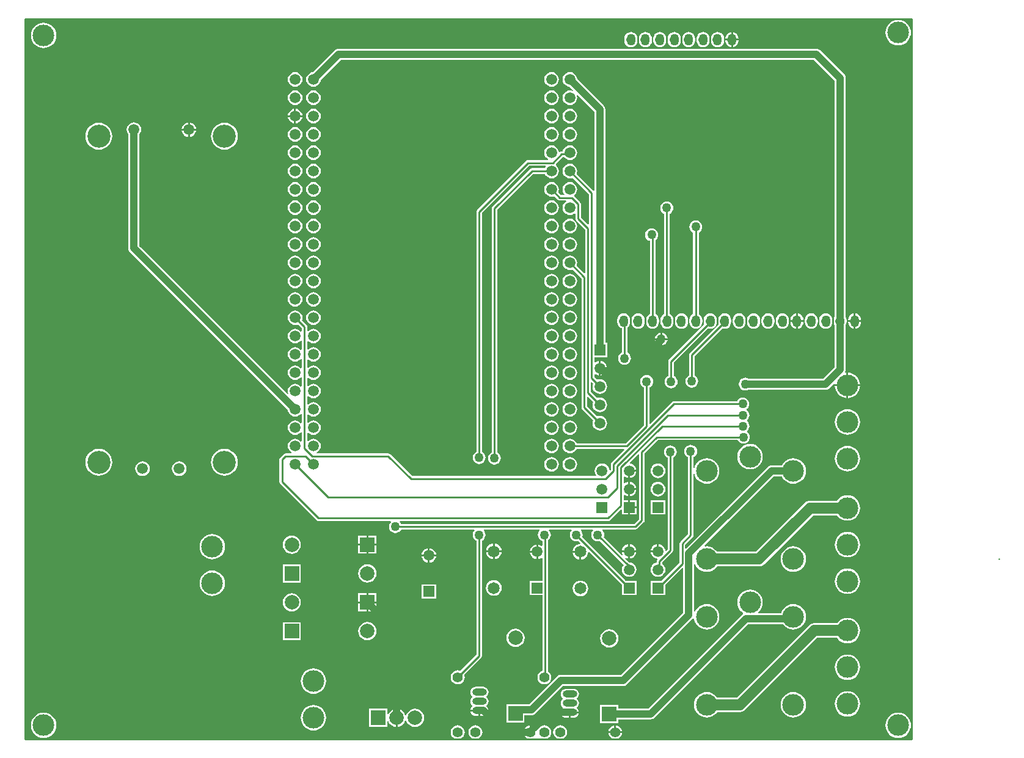
<source format=gbl>
G04*
G04 #@! TF.GenerationSoftware,Altium Limited,Altium Designer,19.0.4 (130)*
G04*
G04 Layer_Physical_Order=2*
G04 Layer_Color=16711680*
%FSLAX25Y25*%
%MOIN*%
G70*
G01*
G75*
%ADD11C,0.01000*%
%ADD37C,0.03937*%
%ADD38C,0.05906*%
%ADD39C,0.05906*%
%ADD40C,0.11811*%
%ADD41C,0.05512*%
%ADD42C,0.07874*%
%ADD43R,0.07874X0.07874*%
%ADD44O,0.05000X0.06299*%
%ADD45R,0.05906X0.05906*%
%ADD46C,0.05906*%
%ADD47C,0.06496*%
%ADD48R,0.07874X0.07874*%
%ADD49O,0.07874X0.03937*%
%ADD50O,0.07874X0.03937*%
%ADD51C,0.12598*%
%ADD52C,0.05000*%
G36*
X346000Y-6591D02*
X345506Y-6646D01*
X345111Y-5345D01*
X344469Y-4145D01*
X343607Y-3093D01*
X342555Y-2231D01*
X341355Y-1589D01*
X340054Y-1194D01*
X338700Y-1061D01*
X337346Y-1194D01*
X336045Y-1589D01*
X334845Y-2231D01*
X333793Y-3093D01*
X332930Y-4145D01*
X332289Y-5345D01*
X331894Y-6646D01*
X331761Y-8000D01*
X331894Y-9354D01*
X332289Y-10655D01*
X332930Y-11855D01*
X333793Y-12907D01*
X334845Y-13769D01*
X336045Y-14411D01*
X337346Y-14806D01*
X338700Y-14939D01*
X340054Y-14806D01*
X341355Y-14411D01*
X342555Y-13769D01*
X343607Y-12907D01*
X344469Y-11855D01*
X345111Y-10655D01*
X345506Y-9354D01*
X346000Y-9409D01*
Y-384591D01*
X345506Y-384646D01*
X345111Y-383345D01*
X344469Y-382145D01*
X343607Y-381093D01*
X342555Y-380230D01*
X341355Y-379589D01*
X340054Y-379194D01*
X338700Y-379061D01*
X337346Y-379194D01*
X336045Y-379589D01*
X334845Y-380230D01*
X333793Y-381093D01*
X332930Y-382145D01*
X332289Y-383345D01*
X331894Y-384646D01*
X331761Y-386000D01*
X331894Y-387354D01*
X332289Y-388655D01*
X332930Y-389855D01*
X333793Y-390907D01*
X334845Y-391770D01*
X336045Y-392411D01*
X337346Y-392806D01*
X338700Y-392939D01*
X340054Y-392806D01*
X341355Y-392411D01*
X342555Y-391770D01*
X343607Y-390907D01*
X344469Y-389855D01*
X345111Y-388655D01*
X345506Y-387354D01*
X346000Y-387409D01*
Y-393500D01*
X186383D01*
X186255Y-393203D01*
X186244Y-393000D01*
X186970Y-392442D01*
X187572Y-391658D01*
X187951Y-390744D01*
X188014Y-390264D01*
X180569D01*
X180632Y-390744D01*
X181011Y-391658D01*
X181613Y-392442D01*
X182339Y-393000D01*
X182328Y-393203D01*
X182199Y-393500D01*
X156383D01*
X156254Y-393203D01*
X156244Y-393000D01*
X156970Y-392442D01*
X157572Y-391658D01*
X157951Y-390744D01*
X158080Y-389764D01*
X157951Y-388783D01*
X157572Y-387870D01*
X156970Y-387085D01*
X156185Y-386483D01*
X155272Y-386105D01*
X154291Y-385976D01*
X153311Y-386105D01*
X152397Y-386483D01*
X151613Y-387085D01*
X151011Y-387870D01*
X150632Y-388783D01*
X150503Y-389764D01*
X150632Y-390744D01*
X151011Y-391658D01*
X151613Y-392442D01*
X152339Y-393000D01*
X152328Y-393203D01*
X152199Y-393500D01*
X147801D01*
X147792Y-393484D01*
X147673Y-393000D01*
X148348Y-392482D01*
X148950Y-391697D01*
X149328Y-390784D01*
X149458Y-389803D01*
X149328Y-388823D01*
X148950Y-387909D01*
X148348Y-387124D01*
X147563Y-386522D01*
X146650Y-386144D01*
X145669Y-386015D01*
X144689Y-386144D01*
X143775Y-386522D01*
X142991Y-387124D01*
X142388Y-387909D01*
X142168Y-388440D01*
X141627D01*
X141391Y-387870D01*
X140789Y-387085D01*
X140004Y-386483D01*
X139091Y-386105D01*
X138610Y-386041D01*
Y-389764D01*
X138110D01*
Y-390264D01*
X134388D01*
X134451Y-390744D01*
X134829Y-391658D01*
X135432Y-392442D01*
X136158Y-393000D01*
X136147Y-393203D01*
X136018Y-393500D01*
X110202D01*
X110073Y-393203D01*
X110063Y-393000D01*
X110789Y-392442D01*
X111391Y-391658D01*
X111769Y-390744D01*
X111899Y-389764D01*
X111769Y-388783D01*
X111391Y-387870D01*
X110789Y-387085D01*
X110004Y-386483D01*
X109091Y-386105D01*
X108110Y-385976D01*
X107130Y-386105D01*
X106216Y-386483D01*
X105431Y-387085D01*
X104830Y-387870D01*
X104451Y-388783D01*
X104322Y-389764D01*
X104451Y-390744D01*
X104830Y-391658D01*
X105431Y-392442D01*
X106158Y-393000D01*
X106147Y-393203D01*
X106018Y-393500D01*
X100557D01*
X100547Y-393484D01*
X100429Y-393000D01*
X101104Y-392482D01*
X101706Y-391697D01*
X102084Y-390784D01*
X102214Y-389803D01*
X102084Y-388823D01*
X101706Y-387909D01*
X101104Y-387124D01*
X100319Y-386522D01*
X99406Y-386144D01*
X98425Y-386015D01*
X97445Y-386144D01*
X96531Y-386522D01*
X95746Y-387124D01*
X95144Y-387909D01*
X94766Y-388823D01*
X94637Y-389803D01*
X94766Y-390784D01*
X95144Y-391697D01*
X95746Y-392482D01*
X96422Y-393000D01*
X96303Y-393484D01*
X96294Y-393500D01*
X-137500D01*
X-138000Y-393000D01*
X-137500Y-500D01*
X346000D01*
Y-6591D01*
D02*
G37*
%LPC*%
G36*
X248532Y-7697D02*
Y-11311D01*
X251562D01*
Y-11161D01*
X251441Y-10248D01*
X251089Y-9396D01*
X250528Y-8665D01*
X249797Y-8104D01*
X248945Y-7751D01*
X248532Y-7697D01*
D02*
G37*
G36*
X247532D02*
X247118Y-7751D01*
X246266Y-8104D01*
X245535Y-8665D01*
X244974Y-9396D01*
X244622Y-10248D01*
X244501Y-11161D01*
Y-11311D01*
X247532D01*
Y-7697D01*
D02*
G37*
G36*
X251562Y-12311D02*
X248532D01*
Y-15925D01*
X248945Y-15870D01*
X249797Y-15518D01*
X250528Y-14957D01*
X251089Y-14226D01*
X251441Y-13374D01*
X251562Y-12461D01*
Y-12311D01*
D02*
G37*
G36*
X247532D02*
X244501D01*
Y-12461D01*
X244622Y-13374D01*
X244974Y-14226D01*
X245535Y-14957D01*
X246266Y-15518D01*
X247118Y-15870D01*
X247532Y-15925D01*
Y-12311D01*
D02*
G37*
G36*
X240158Y-7631D02*
X239244Y-7751D01*
X238392Y-8104D01*
X237661Y-8665D01*
X237100Y-9396D01*
X236748Y-10248D01*
X236627Y-11161D01*
Y-12461D01*
X236748Y-13374D01*
X237100Y-14226D01*
X237661Y-14957D01*
X238392Y-15518D01*
X239244Y-15870D01*
X240158Y-15991D01*
X241071Y-15870D01*
X241923Y-15518D01*
X242654Y-14957D01*
X243215Y-14226D01*
X243567Y-13374D01*
X243688Y-12461D01*
Y-11161D01*
X243567Y-10248D01*
X243215Y-9396D01*
X242654Y-8665D01*
X241923Y-8104D01*
X241071Y-7751D01*
X240158Y-7631D01*
D02*
G37*
G36*
X232283D02*
X231370Y-7751D01*
X230518Y-8104D01*
X229787Y-8665D01*
X229226Y-9396D01*
X228873Y-10248D01*
X228753Y-11161D01*
Y-12461D01*
X228873Y-13374D01*
X229226Y-14226D01*
X229787Y-14957D01*
X230518Y-15518D01*
X231370Y-15870D01*
X232283Y-15991D01*
X233197Y-15870D01*
X234049Y-15518D01*
X234780Y-14957D01*
X235341Y-14226D01*
X235693Y-13374D01*
X235814Y-12461D01*
Y-11161D01*
X235693Y-10248D01*
X235341Y-9396D01*
X234780Y-8665D01*
X234049Y-8104D01*
X233197Y-7751D01*
X232283Y-7631D01*
D02*
G37*
G36*
X224410D02*
X223496Y-7751D01*
X222644Y-8104D01*
X221913Y-8665D01*
X221352Y-9396D01*
X221000Y-10248D01*
X220879Y-11161D01*
Y-12461D01*
X221000Y-13374D01*
X221352Y-14226D01*
X221913Y-14957D01*
X222644Y-15518D01*
X223496Y-15870D01*
X224410Y-15991D01*
X225323Y-15870D01*
X226174Y-15518D01*
X226906Y-14957D01*
X227467Y-14226D01*
X227819Y-13374D01*
X227940Y-12461D01*
Y-11161D01*
X227819Y-10248D01*
X227467Y-9396D01*
X226906Y-8665D01*
X226174Y-8104D01*
X225323Y-7751D01*
X224410Y-7631D01*
D02*
G37*
G36*
X216535D02*
X215622Y-7751D01*
X214770Y-8104D01*
X214039Y-8665D01*
X213478Y-9396D01*
X213125Y-10248D01*
X213005Y-11161D01*
Y-12461D01*
X213125Y-13374D01*
X213478Y-14226D01*
X214039Y-14957D01*
X214770Y-15518D01*
X215622Y-15870D01*
X216535Y-15991D01*
X217449Y-15870D01*
X218301Y-15518D01*
X219032Y-14957D01*
X219593Y-14226D01*
X219945Y-13374D01*
X220066Y-12461D01*
Y-11161D01*
X219945Y-10248D01*
X219593Y-9396D01*
X219032Y-8665D01*
X218301Y-8104D01*
X217449Y-7751D01*
X216535Y-7631D01*
D02*
G37*
G36*
X208661D02*
X207748Y-7751D01*
X206896Y-8104D01*
X206165Y-8665D01*
X205604Y-9396D01*
X205252Y-10248D01*
X205131Y-11161D01*
Y-12461D01*
X205252Y-13374D01*
X205604Y-14226D01*
X206165Y-14957D01*
X206896Y-15518D01*
X207748Y-15870D01*
X208661Y-15991D01*
X209575Y-15870D01*
X210426Y-15518D01*
X211158Y-14957D01*
X211719Y-14226D01*
X212071Y-13374D01*
X212192Y-12461D01*
Y-11161D01*
X212071Y-10248D01*
X211719Y-9396D01*
X211158Y-8665D01*
X210426Y-8104D01*
X209575Y-7751D01*
X208661Y-7631D01*
D02*
G37*
G36*
X200787D02*
X199874Y-7751D01*
X199022Y-8104D01*
X198291Y-8665D01*
X197730Y-9396D01*
X197378Y-10248D01*
X197257Y-11161D01*
Y-12461D01*
X197378Y-13374D01*
X197730Y-14226D01*
X198291Y-14957D01*
X199022Y-15518D01*
X199874Y-15870D01*
X200787Y-15991D01*
X201701Y-15870D01*
X202553Y-15518D01*
X203284Y-14957D01*
X203845Y-14226D01*
X204197Y-13374D01*
X204318Y-12461D01*
Y-11161D01*
X204197Y-10248D01*
X203845Y-9396D01*
X203284Y-8665D01*
X202553Y-8104D01*
X201701Y-7751D01*
X200787Y-7631D01*
D02*
G37*
G36*
X192913D02*
X192000Y-7751D01*
X191148Y-8104D01*
X190417Y-8665D01*
X189856Y-9396D01*
X189504Y-10248D01*
X189383Y-11161D01*
Y-12461D01*
X189504Y-13374D01*
X189856Y-14226D01*
X190417Y-14957D01*
X191148Y-15518D01*
X192000Y-15870D01*
X192913Y-15991D01*
X193827Y-15870D01*
X194678Y-15518D01*
X195410Y-14957D01*
X195971Y-14226D01*
X196323Y-13374D01*
X196444Y-12461D01*
Y-11161D01*
X196323Y-10248D01*
X195971Y-9396D01*
X195410Y-8665D01*
X194678Y-8104D01*
X193827Y-7751D01*
X192913Y-7631D01*
D02*
G37*
G36*
X-127500Y-2561D02*
X-128854Y-2694D01*
X-130155Y-3089D01*
X-131355Y-3731D01*
X-132407Y-4593D01*
X-133270Y-5645D01*
X-133911Y-6845D01*
X-134306Y-8146D01*
X-134439Y-9500D01*
X-134306Y-10854D01*
X-133911Y-12155D01*
X-133270Y-13355D01*
X-132407Y-14407D01*
X-131355Y-15270D01*
X-130155Y-15911D01*
X-128854Y-16306D01*
X-127500Y-16439D01*
X-126146Y-16306D01*
X-124845Y-15911D01*
X-123645Y-15270D01*
X-122593Y-14407D01*
X-121730Y-13355D01*
X-121089Y-12155D01*
X-120694Y-10854D01*
X-120561Y-9500D01*
X-120694Y-8146D01*
X-121089Y-6845D01*
X-121730Y-5645D01*
X-122593Y-4593D01*
X-123645Y-3731D01*
X-124845Y-3089D01*
X-126146Y-2694D01*
X-127500Y-2561D01*
D02*
G37*
G36*
X9685Y-29534D02*
X8653Y-29670D01*
X7692Y-30068D01*
X6866Y-30702D01*
X6232Y-31527D01*
X5834Y-32489D01*
X5698Y-33521D01*
X5834Y-34553D01*
X6232Y-35514D01*
X6866Y-36340D01*
X7692Y-36974D01*
X8653Y-37372D01*
X9685Y-37508D01*
X10717Y-37372D01*
X11678Y-36974D01*
X12504Y-36340D01*
X13138Y-35514D01*
X13536Y-34553D01*
X13672Y-33521D01*
X13536Y-32489D01*
X13138Y-31527D01*
X12504Y-30702D01*
X11678Y-30068D01*
X10717Y-29670D01*
X9685Y-29534D01*
D02*
G37*
G36*
X149606Y-29534D02*
X148574Y-29670D01*
X147613Y-30068D01*
X146787Y-30702D01*
X146154Y-31527D01*
X145755Y-32489D01*
X145619Y-33521D01*
X145755Y-34553D01*
X146154Y-35514D01*
X146787Y-36340D01*
X147613Y-36974D01*
X148574Y-37372D01*
X149606Y-37508D01*
X150638Y-37372D01*
X151600Y-36974D01*
X152425Y-36340D01*
X153059Y-35514D01*
X153457Y-34553D01*
X153593Y-33521D01*
X153457Y-32489D01*
X153059Y-31527D01*
X152425Y-30702D01*
X151600Y-30068D01*
X150638Y-29670D01*
X149606Y-29534D01*
D02*
G37*
G36*
X159606Y-29534D02*
X158574Y-29670D01*
X157613Y-30068D01*
X156787Y-30702D01*
X156154Y-31528D01*
X155755Y-32489D01*
X155619Y-33521D01*
X155755Y-34553D01*
X156154Y-35514D01*
X156787Y-36340D01*
X157613Y-36974D01*
X158574Y-37372D01*
X159321Y-37470D01*
X161224Y-39373D01*
X160941Y-39797D01*
X160638Y-39672D01*
X159606Y-39536D01*
X158574Y-39672D01*
X157613Y-40070D01*
X156787Y-40704D01*
X156154Y-41529D01*
X155755Y-42491D01*
X155619Y-43523D01*
X155755Y-44555D01*
X156154Y-45516D01*
X156787Y-46342D01*
X157613Y-46976D01*
X158574Y-47374D01*
X159606Y-47510D01*
X160638Y-47374D01*
X161600Y-46976D01*
X162425Y-46342D01*
X163059Y-45516D01*
X163457Y-44555D01*
X163593Y-43523D01*
X163457Y-42491D01*
X163332Y-42188D01*
X163756Y-41905D01*
X172963Y-51112D01*
Y-94043D01*
X172947Y-94055D01*
X172463Y-94224D01*
X163265Y-85026D01*
X163457Y-84562D01*
X163593Y-83530D01*
X163457Y-82498D01*
X163059Y-81537D01*
X162425Y-80711D01*
X161600Y-80078D01*
X160638Y-79679D01*
X159606Y-79543D01*
X158574Y-79679D01*
X157613Y-80078D01*
X156787Y-80711D01*
X156154Y-81537D01*
X155755Y-82498D01*
X155619Y-83530D01*
X155755Y-84562D01*
X156154Y-85524D01*
X156787Y-86349D01*
X157613Y-86983D01*
X158574Y-87381D01*
X159606Y-87517D01*
X160638Y-87381D01*
X161102Y-87189D01*
X169975Y-96061D01*
Y-112458D01*
X169513Y-112650D01*
X165588Y-108726D01*
Y-101559D01*
X165472Y-100974D01*
X165140Y-100478D01*
X161984Y-97321D01*
X162027Y-96657D01*
X162425Y-96351D01*
X163059Y-95526D01*
X163457Y-94564D01*
X163593Y-93532D01*
X163457Y-92500D01*
X163059Y-91539D01*
X162425Y-90713D01*
X161600Y-90079D01*
X160638Y-89681D01*
X159606Y-89545D01*
X158574Y-89681D01*
X157613Y-90079D01*
X156787Y-90713D01*
X156154Y-91539D01*
X155755Y-92500D01*
X155619Y-93532D01*
X155755Y-94564D01*
X156154Y-95526D01*
X156556Y-96050D01*
X156309Y-96550D01*
X154787D01*
X153265Y-95028D01*
X153457Y-94564D01*
X153593Y-93532D01*
X153457Y-92500D01*
X153059Y-91539D01*
X152425Y-90713D01*
X151600Y-90079D01*
X150638Y-89681D01*
X149606Y-89545D01*
X148574Y-89681D01*
X147613Y-90079D01*
X146787Y-90713D01*
X146154Y-91539D01*
X145755Y-92500D01*
X145619Y-93532D01*
X145755Y-94564D01*
X146154Y-95525D01*
X146787Y-96351D01*
X147613Y-96985D01*
X148574Y-97383D01*
X149606Y-97519D01*
X150638Y-97383D01*
X151102Y-97191D01*
X153072Y-99161D01*
X153568Y-99492D01*
X154153Y-99609D01*
X157283D01*
X157579Y-100054D01*
X157577Y-100109D01*
X156787Y-100715D01*
X156154Y-101541D01*
X155755Y-102502D01*
X155619Y-103534D01*
X155755Y-104566D01*
X156154Y-105527D01*
X156787Y-106353D01*
X157613Y-106987D01*
X158574Y-107385D01*
X159606Y-107521D01*
X160638Y-107385D01*
X161600Y-106987D01*
X162030Y-106657D01*
X162530Y-106903D01*
Y-109359D01*
X162646Y-109944D01*
X162978Y-110441D01*
X167974Y-115437D01*
Y-139092D01*
X167513Y-139283D01*
X163265Y-135036D01*
X163457Y-134572D01*
X163593Y-133540D01*
X163457Y-132508D01*
X163059Y-131546D01*
X162425Y-130720D01*
X161600Y-130087D01*
X160638Y-129689D01*
X159606Y-129553D01*
X158574Y-129689D01*
X157613Y-130087D01*
X156787Y-130720D01*
X156154Y-131546D01*
X155755Y-132508D01*
X155619Y-133540D01*
X155755Y-134572D01*
X156154Y-135533D01*
X156787Y-136359D01*
X157613Y-136992D01*
X158574Y-137391D01*
X159606Y-137526D01*
X160638Y-137391D01*
X161102Y-137198D01*
X165974Y-142071D01*
Y-212650D01*
X166091Y-213235D01*
X166422Y-213731D01*
X172298Y-219606D01*
X172106Y-220071D01*
X171970Y-221102D01*
X172106Y-222134D01*
X172504Y-223096D01*
X173137Y-223921D01*
X173963Y-224555D01*
X174925Y-224953D01*
X175957Y-225089D01*
X176989Y-224953D01*
X177950Y-224555D01*
X178776Y-223921D01*
X179409Y-223096D01*
X179808Y-222134D01*
X179944Y-221102D01*
X179808Y-220071D01*
X179409Y-219109D01*
X178776Y-218283D01*
X177950Y-217650D01*
X176989Y-217251D01*
X175957Y-217115D01*
X174925Y-217251D01*
X174461Y-217444D01*
X169033Y-212016D01*
Y-206995D01*
X169495Y-206804D01*
X172298Y-209606D01*
X172106Y-210070D01*
X171970Y-211102D01*
X172106Y-212134D01*
X172504Y-213096D01*
X173137Y-213921D01*
X173963Y-214555D01*
X174925Y-214953D01*
X175957Y-215089D01*
X176989Y-214953D01*
X177950Y-214555D01*
X178776Y-213921D01*
X179409Y-213096D01*
X179808Y-212134D01*
X179944Y-211102D01*
X179808Y-210070D01*
X179409Y-209109D01*
X178776Y-208283D01*
X177950Y-207650D01*
X176989Y-207251D01*
X175957Y-207116D01*
X174925Y-207251D01*
X174461Y-207444D01*
X171033Y-204016D01*
Y-198995D01*
X171495Y-198804D01*
X172298Y-199606D01*
X172106Y-200071D01*
X171970Y-201102D01*
X172106Y-202134D01*
X172504Y-203096D01*
X173137Y-203922D01*
X173963Y-204555D01*
X174925Y-204953D01*
X175957Y-205089D01*
X176989Y-204953D01*
X177950Y-204555D01*
X178776Y-203922D01*
X179409Y-203096D01*
X179808Y-202134D01*
X179944Y-201102D01*
X179808Y-200071D01*
X179409Y-199109D01*
X178776Y-198283D01*
X177950Y-197650D01*
X176989Y-197251D01*
X175957Y-197116D01*
X174925Y-197251D01*
X174461Y-197444D01*
X173033Y-196016D01*
Y-194472D01*
X173533Y-194225D01*
X173963Y-194555D01*
X174925Y-194953D01*
X175457Y-195023D01*
Y-191102D01*
Y-187181D01*
X174925Y-187251D01*
X173963Y-187650D01*
X173533Y-187979D01*
X173033Y-187733D01*
Y-185055D01*
X179909D01*
Y-177150D01*
X178951D01*
Y-49871D01*
X178849Y-49096D01*
X178550Y-48374D01*
X178074Y-47754D01*
X163556Y-33236D01*
X163457Y-32489D01*
X163059Y-31528D01*
X162425Y-30702D01*
X161600Y-30068D01*
X160638Y-29670D01*
X159606Y-29534D01*
D02*
G37*
G36*
X9685Y-39536D02*
X8653Y-39672D01*
X7692Y-40070D01*
X6866Y-40703D01*
X6232Y-41529D01*
X5834Y-42491D01*
X5698Y-43523D01*
X5834Y-44554D01*
X6232Y-45516D01*
X6866Y-46342D01*
X7692Y-46975D01*
X8653Y-47374D01*
X9685Y-47510D01*
X10717Y-47374D01*
X11678Y-46975D01*
X12504Y-46342D01*
X13138Y-45516D01*
X13536Y-44554D01*
X13672Y-43523D01*
X13536Y-42491D01*
X13138Y-41529D01*
X12504Y-40703D01*
X11678Y-40070D01*
X10717Y-39672D01*
X9685Y-39536D01*
D02*
G37*
G36*
X149606Y-39536D02*
X148574Y-39672D01*
X147613Y-40070D01*
X146787Y-40704D01*
X146154Y-41529D01*
X145755Y-42491D01*
X145619Y-43523D01*
X145755Y-44555D01*
X146154Y-45516D01*
X146787Y-46342D01*
X147613Y-46975D01*
X148574Y-47374D01*
X149606Y-47510D01*
X150638Y-47374D01*
X151600Y-46975D01*
X152425Y-46342D01*
X153059Y-45516D01*
X153457Y-44555D01*
X153593Y-43523D01*
X153457Y-42491D01*
X153059Y-41529D01*
X152425Y-40704D01*
X151600Y-40070D01*
X150638Y-39672D01*
X149606Y-39536D01*
D02*
G37*
G36*
X19685D02*
X18653Y-39672D01*
X17692Y-40070D01*
X16866Y-40704D01*
X16232Y-41529D01*
X15834Y-42491D01*
X15698Y-43523D01*
X15834Y-44555D01*
X16232Y-45516D01*
X16866Y-46342D01*
X17692Y-46975D01*
X18653Y-47374D01*
X19685Y-47510D01*
X20717Y-47374D01*
X21678Y-46975D01*
X22504Y-46342D01*
X23138Y-45516D01*
X23536Y-44555D01*
X23672Y-43523D01*
X23536Y-42491D01*
X23138Y-41529D01*
X22504Y-40704D01*
X21678Y-40070D01*
X20717Y-39672D01*
X19685Y-39536D01*
D02*
G37*
G36*
X10185Y-49604D02*
Y-53025D01*
X13606D01*
X13536Y-52493D01*
X13138Y-51531D01*
X12504Y-50705D01*
X11678Y-50072D01*
X10717Y-49674D01*
X10185Y-49604D01*
D02*
G37*
G36*
X9185D02*
X8653Y-49674D01*
X7692Y-50072D01*
X6866Y-50705D01*
X6232Y-51531D01*
X5834Y-52493D01*
X5764Y-53025D01*
X9185D01*
Y-49604D01*
D02*
G37*
G36*
X13606Y-54024D02*
X10185D01*
Y-57446D01*
X10717Y-57376D01*
X11678Y-56977D01*
X12504Y-56344D01*
X13138Y-55518D01*
X13536Y-54556D01*
X13606Y-54024D01*
D02*
G37*
G36*
X9185D02*
X5764D01*
X5834Y-54556D01*
X6232Y-55518D01*
X6866Y-56344D01*
X7692Y-56977D01*
X8653Y-57376D01*
X9185Y-57446D01*
Y-54024D01*
D02*
G37*
G36*
X149606Y-49538D02*
X148574Y-49674D01*
X147613Y-50072D01*
X146787Y-50705D01*
X146154Y-51531D01*
X145755Y-52493D01*
X145619Y-53525D01*
X145755Y-54557D01*
X146154Y-55518D01*
X146787Y-56344D01*
X147613Y-56977D01*
X148574Y-57376D01*
X149606Y-57512D01*
X150638Y-57376D01*
X151600Y-56977D01*
X152425Y-56344D01*
X153059Y-55518D01*
X153457Y-54557D01*
X153593Y-53525D01*
X153457Y-52493D01*
X153059Y-51531D01*
X152425Y-50705D01*
X151600Y-50072D01*
X150638Y-49674D01*
X149606Y-49538D01*
D02*
G37*
G36*
X19685D02*
X18653Y-49674D01*
X17692Y-50072D01*
X16866Y-50705D01*
X16232Y-51531D01*
X15834Y-52493D01*
X15698Y-53525D01*
X15834Y-54557D01*
X16232Y-55518D01*
X16866Y-56344D01*
X17692Y-56977D01*
X18653Y-57376D01*
X19685Y-57512D01*
X20717Y-57376D01*
X21678Y-56977D01*
X22504Y-56344D01*
X23138Y-55518D01*
X23536Y-54557D01*
X23672Y-53525D01*
X23536Y-52493D01*
X23138Y-51531D01*
X22504Y-50705D01*
X21678Y-50072D01*
X20717Y-49674D01*
X19685Y-49538D01*
D02*
G37*
G36*
X159606Y-49538D02*
X158574Y-49674D01*
X157613Y-50072D01*
X156787Y-50706D01*
X156154Y-51531D01*
X155755Y-52493D01*
X155619Y-53525D01*
X155755Y-54557D01*
X156154Y-55518D01*
X156787Y-56344D01*
X157613Y-56977D01*
X158574Y-57376D01*
X159606Y-57512D01*
X160638Y-57376D01*
X161600Y-56977D01*
X162425Y-56344D01*
X163059Y-55518D01*
X163457Y-54557D01*
X163593Y-53525D01*
X163457Y-52493D01*
X163059Y-51531D01*
X162425Y-50706D01*
X161600Y-50072D01*
X160638Y-49674D01*
X159606Y-49538D01*
D02*
G37*
G36*
X-47764Y-57040D02*
Y-60461D01*
X-44343D01*
X-44413Y-59929D01*
X-44811Y-58967D01*
X-45445Y-58141D01*
X-46270Y-57508D01*
X-47232Y-57110D01*
X-47764Y-57040D01*
D02*
G37*
G36*
X-48764D02*
X-49296Y-57110D01*
X-50257Y-57508D01*
X-51083Y-58141D01*
X-51717Y-58967D01*
X-52115Y-59929D01*
X-52185Y-60461D01*
X-48764D01*
Y-57040D01*
D02*
G37*
G36*
Y-61461D02*
X-52185D01*
X-52115Y-61993D01*
X-51717Y-62954D01*
X-51083Y-63780D01*
X-50257Y-64413D01*
X-49296Y-64812D01*
X-48764Y-64882D01*
Y-61461D01*
D02*
G37*
G36*
X-44343D02*
X-47764D01*
Y-64882D01*
X-47232Y-64812D01*
X-46270Y-64413D01*
X-45445Y-63780D01*
X-44811Y-62954D01*
X-44413Y-61993D01*
X-44343Y-61461D01*
D02*
G37*
G36*
X9685Y-59540D02*
X8653Y-59675D01*
X7692Y-60074D01*
X6866Y-60707D01*
X6232Y-61533D01*
X5834Y-62494D01*
X5698Y-63526D01*
X5834Y-64558D01*
X6232Y-65520D01*
X6866Y-66346D01*
X7692Y-66979D01*
X8653Y-67377D01*
X9685Y-67513D01*
X10717Y-67377D01*
X11678Y-66979D01*
X12504Y-66346D01*
X13138Y-65520D01*
X13536Y-64558D01*
X13672Y-63526D01*
X13536Y-62494D01*
X13138Y-61533D01*
X12504Y-60707D01*
X11678Y-60074D01*
X10717Y-59675D01*
X9685Y-59540D01*
D02*
G37*
G36*
X149606Y-59540D02*
X148574Y-59676D01*
X147613Y-60074D01*
X146787Y-60707D01*
X146154Y-61533D01*
X145755Y-62495D01*
X145619Y-63526D01*
X145755Y-64558D01*
X146154Y-65520D01*
X146787Y-66346D01*
X147613Y-66979D01*
X148574Y-67378D01*
X149606Y-67513D01*
X150638Y-67378D01*
X151600Y-66979D01*
X152425Y-66346D01*
X153059Y-65520D01*
X153457Y-64558D01*
X153593Y-63526D01*
X153457Y-62495D01*
X153059Y-61533D01*
X152425Y-60707D01*
X151600Y-60074D01*
X150638Y-59676D01*
X149606Y-59540D01*
D02*
G37*
G36*
X19685D02*
X18653Y-59676D01*
X17692Y-60074D01*
X16866Y-60707D01*
X16232Y-61533D01*
X15834Y-62495D01*
X15698Y-63526D01*
X15834Y-64558D01*
X16232Y-65520D01*
X16866Y-66346D01*
X17692Y-66979D01*
X18653Y-67378D01*
X19685Y-67513D01*
X20717Y-67378D01*
X21678Y-66979D01*
X22504Y-66346D01*
X23138Y-65520D01*
X23536Y-64558D01*
X23672Y-63526D01*
X23536Y-62495D01*
X23138Y-61533D01*
X22504Y-60707D01*
X21678Y-60074D01*
X20717Y-59676D01*
X19685Y-59540D01*
D02*
G37*
G36*
X159606Y-59540D02*
X158574Y-59676D01*
X157613Y-60074D01*
X156787Y-60707D01*
X156154Y-61533D01*
X155755Y-62495D01*
X155619Y-63527D01*
X155755Y-64558D01*
X156154Y-65520D01*
X156787Y-66346D01*
X157613Y-66979D01*
X158574Y-67378D01*
X159606Y-67513D01*
X160638Y-67378D01*
X161600Y-66979D01*
X162425Y-66346D01*
X163059Y-65520D01*
X163457Y-64558D01*
X163593Y-63527D01*
X163457Y-62495D01*
X163059Y-61533D01*
X162425Y-60707D01*
X161600Y-60074D01*
X160638Y-59676D01*
X159606Y-59540D01*
D02*
G37*
G36*
X-28894Y-57169D02*
X-30325Y-57310D01*
X-31701Y-57728D01*
X-32969Y-58406D01*
X-34080Y-59318D01*
X-34992Y-60429D01*
X-35670Y-61697D01*
X-36087Y-63073D01*
X-36228Y-64504D01*
X-36087Y-65935D01*
X-35670Y-67311D01*
X-34992Y-68579D01*
X-34080Y-69690D01*
X-32969Y-70602D01*
X-31701Y-71280D01*
X-30325Y-71697D01*
X-28894Y-71838D01*
X-27463Y-71697D01*
X-26087Y-71280D01*
X-24819Y-70602D01*
X-23707Y-69690D01*
X-22795Y-68579D01*
X-22118Y-67311D01*
X-21700Y-65935D01*
X-21559Y-64504D01*
X-21700Y-63073D01*
X-22118Y-61697D01*
X-22795Y-60429D01*
X-23707Y-59318D01*
X-24819Y-58406D01*
X-26087Y-57728D01*
X-27463Y-57310D01*
X-28894Y-57169D01*
D02*
G37*
G36*
X-97398D02*
X-98829Y-57310D01*
X-100204Y-57728D01*
X-101472Y-58406D01*
X-102584Y-59318D01*
X-103496Y-60429D01*
X-104174Y-61697D01*
X-104591Y-63073D01*
X-104732Y-64504D01*
X-104591Y-65935D01*
X-104174Y-67311D01*
X-103496Y-68579D01*
X-102584Y-69690D01*
X-101472Y-70602D01*
X-100204Y-71280D01*
X-98829Y-71697D01*
X-97398Y-71838D01*
X-95967Y-71697D01*
X-94591Y-71280D01*
X-93323Y-70602D01*
X-92211Y-69690D01*
X-91299Y-68579D01*
X-90621Y-67311D01*
X-90204Y-65935D01*
X-90063Y-64504D01*
X-90204Y-63073D01*
X-90621Y-61697D01*
X-91299Y-60429D01*
X-92211Y-59318D01*
X-93323Y-58406D01*
X-94591Y-57728D01*
X-95967Y-57310D01*
X-97398Y-57169D01*
D02*
G37*
G36*
X9685Y-69541D02*
X8653Y-69677D01*
X7692Y-70076D01*
X6866Y-70709D01*
X6232Y-71535D01*
X5834Y-72496D01*
X5698Y-73528D01*
X5834Y-74560D01*
X6232Y-75522D01*
X6866Y-76347D01*
X7692Y-76981D01*
X8653Y-77379D01*
X9685Y-77515D01*
X10717Y-77379D01*
X11678Y-76981D01*
X12504Y-76347D01*
X13138Y-75522D01*
X13536Y-74560D01*
X13672Y-73528D01*
X13536Y-72496D01*
X13138Y-71535D01*
X12504Y-70709D01*
X11678Y-70076D01*
X10717Y-69677D01*
X9685Y-69541D01*
D02*
G37*
G36*
X19685Y-69542D02*
X18653Y-69677D01*
X17692Y-70076D01*
X16866Y-70709D01*
X16232Y-71535D01*
X15834Y-72496D01*
X15698Y-73528D01*
X15834Y-74560D01*
X16232Y-75522D01*
X16866Y-76348D01*
X17692Y-76981D01*
X18653Y-77379D01*
X19685Y-77515D01*
X20717Y-77379D01*
X21678Y-76981D01*
X22504Y-76348D01*
X23138Y-75522D01*
X23536Y-74560D01*
X23672Y-73528D01*
X23536Y-72496D01*
X23138Y-71535D01*
X22504Y-70709D01*
X21678Y-70076D01*
X20717Y-69677D01*
X19685Y-69542D01*
D02*
G37*
G36*
X149606D02*
X148574Y-69677D01*
X147613Y-70076D01*
X146787Y-70709D01*
X146154Y-71535D01*
X145755Y-72496D01*
X145619Y-73528D01*
X145755Y-74560D01*
X146154Y-75522D01*
X146787Y-76348D01*
X147613Y-76981D01*
X147775Y-77048D01*
X147675Y-77548D01*
X136822D01*
X136237Y-77665D01*
X135741Y-77996D01*
X109019Y-104719D01*
X108687Y-105215D01*
X108571Y-105800D01*
Y-236745D01*
X108335Y-236843D01*
X107604Y-237404D01*
X107043Y-238135D01*
X106690Y-238986D01*
X106570Y-239900D01*
X106690Y-240814D01*
X107043Y-241665D01*
X107604Y-242396D01*
X108335Y-242957D01*
X109186Y-243310D01*
X110100Y-243430D01*
X111014Y-243310D01*
X111865Y-242957D01*
X112596Y-242396D01*
X113157Y-241665D01*
X113510Y-240814D01*
X113630Y-239900D01*
X113510Y-238986D01*
X113157Y-238135D01*
X112596Y-237404D01*
X111865Y-236843D01*
X111629Y-236745D01*
Y-106433D01*
X137456Y-80607D01*
X146237D01*
X146484Y-81107D01*
X146154Y-81537D01*
X145961Y-82001D01*
X138870D01*
X138285Y-82117D01*
X137788Y-82449D01*
X117319Y-102919D01*
X116987Y-103415D01*
X116871Y-104000D01*
Y-237045D01*
X116635Y-237143D01*
X115904Y-237704D01*
X115343Y-238435D01*
X114990Y-239286D01*
X114870Y-240200D01*
X114990Y-241114D01*
X115343Y-241965D01*
X115904Y-242696D01*
X116635Y-243257D01*
X117486Y-243610D01*
X118400Y-243730D01*
X119314Y-243610D01*
X120165Y-243257D01*
X120896Y-242696D01*
X121457Y-241965D01*
X121810Y-241114D01*
X121930Y-240200D01*
X121810Y-239286D01*
X121457Y-238435D01*
X120896Y-237704D01*
X120165Y-237143D01*
X119929Y-237045D01*
Y-104633D01*
X139503Y-85060D01*
X145961D01*
X146154Y-85524D01*
X146787Y-86349D01*
X147613Y-86983D01*
X148574Y-87381D01*
X149606Y-87517D01*
X150638Y-87381D01*
X151600Y-86983D01*
X152425Y-86349D01*
X153059Y-85524D01*
X153457Y-84562D01*
X153593Y-83530D01*
X153457Y-82498D01*
X153059Y-81537D01*
X152425Y-80711D01*
X151953Y-80349D01*
X151910Y-79685D01*
X155787Y-75808D01*
X156373D01*
X156787Y-76348D01*
X157613Y-76981D01*
X158574Y-77379D01*
X159606Y-77515D01*
X160638Y-77379D01*
X161600Y-76981D01*
X162425Y-76348D01*
X163059Y-75522D01*
X163457Y-74560D01*
X163593Y-73528D01*
X163457Y-72496D01*
X163059Y-71535D01*
X162425Y-70709D01*
X161600Y-70076D01*
X160638Y-69677D01*
X159606Y-69542D01*
X158574Y-69677D01*
X157613Y-70076D01*
X156787Y-70709D01*
X156154Y-71535D01*
X155755Y-72496D01*
X155722Y-72749D01*
X155154D01*
X154568Y-72865D01*
X154072Y-73197D01*
X154056Y-73213D01*
X153528Y-73034D01*
X153457Y-72496D01*
X153059Y-71535D01*
X152425Y-70709D01*
X151600Y-70076D01*
X150638Y-69677D01*
X149606Y-69542D01*
D02*
G37*
G36*
X9685Y-79543D02*
X8653Y-79679D01*
X7692Y-80077D01*
X6866Y-80711D01*
X6232Y-81537D01*
X5834Y-82498D01*
X5698Y-83530D01*
X5834Y-84562D01*
X6232Y-85524D01*
X6866Y-86349D01*
X7692Y-86983D01*
X8653Y-87381D01*
X9685Y-87517D01*
X10717Y-87381D01*
X11678Y-86983D01*
X12504Y-86349D01*
X13138Y-85524D01*
X13536Y-84562D01*
X13672Y-83530D01*
X13536Y-82498D01*
X13138Y-81537D01*
X12504Y-80711D01*
X11678Y-80077D01*
X10717Y-79679D01*
X9685Y-79543D01*
D02*
G37*
G36*
X19685Y-79543D02*
X18653Y-79679D01*
X17692Y-80077D01*
X16866Y-80711D01*
X16232Y-81537D01*
X15834Y-82498D01*
X15698Y-83530D01*
X15834Y-84562D01*
X16232Y-85524D01*
X16866Y-86349D01*
X17692Y-86983D01*
X18653Y-87381D01*
X19685Y-87517D01*
X20717Y-87381D01*
X21678Y-86983D01*
X22504Y-86349D01*
X23138Y-85524D01*
X23536Y-84562D01*
X23672Y-83530D01*
X23536Y-82498D01*
X23138Y-81537D01*
X22504Y-80711D01*
X21678Y-80077D01*
X20717Y-79679D01*
X19685Y-79543D01*
D02*
G37*
G36*
X9685Y-89545D02*
X8653Y-89681D01*
X7692Y-90079D01*
X6866Y-90713D01*
X6232Y-91539D01*
X5834Y-92500D01*
X5698Y-93532D01*
X5834Y-94564D01*
X6232Y-95525D01*
X6866Y-96351D01*
X7692Y-96985D01*
X8653Y-97383D01*
X9685Y-97519D01*
X10717Y-97383D01*
X11678Y-96985D01*
X12504Y-96351D01*
X13138Y-95525D01*
X13536Y-94564D01*
X13672Y-93532D01*
X13536Y-92500D01*
X13138Y-91539D01*
X12504Y-90713D01*
X11678Y-90079D01*
X10717Y-89681D01*
X9685Y-89545D01*
D02*
G37*
G36*
X19685Y-89545D02*
X18653Y-89681D01*
X17692Y-90079D01*
X16866Y-90713D01*
X16232Y-91539D01*
X15834Y-92500D01*
X15698Y-93532D01*
X15834Y-94564D01*
X16232Y-95525D01*
X16866Y-96351D01*
X17692Y-96985D01*
X18653Y-97383D01*
X19685Y-97519D01*
X20717Y-97383D01*
X21678Y-96985D01*
X22504Y-96351D01*
X23138Y-95525D01*
X23536Y-94564D01*
X23672Y-93532D01*
X23536Y-92500D01*
X23138Y-91539D01*
X22504Y-90713D01*
X21678Y-90079D01*
X20717Y-89681D01*
X19685Y-89545D01*
D02*
G37*
G36*
X9685Y-99547D02*
X8653Y-99683D01*
X7692Y-100081D01*
X6866Y-100715D01*
X6232Y-101540D01*
X5834Y-102502D01*
X5698Y-103534D01*
X5834Y-104566D01*
X6232Y-105527D01*
X6866Y-106353D01*
X7692Y-106987D01*
X8653Y-107385D01*
X9685Y-107521D01*
X10717Y-107385D01*
X11678Y-106987D01*
X12504Y-106353D01*
X13138Y-105527D01*
X13536Y-104566D01*
X13672Y-103534D01*
X13536Y-102502D01*
X13138Y-101540D01*
X12504Y-100715D01*
X11678Y-100081D01*
X10717Y-99683D01*
X9685Y-99547D01*
D02*
G37*
G36*
X149606Y-99547D02*
X148574Y-99683D01*
X147613Y-100081D01*
X146787Y-100715D01*
X146154Y-101541D01*
X145755Y-102502D01*
X145619Y-103534D01*
X145755Y-104566D01*
X146154Y-105527D01*
X146787Y-106353D01*
X147613Y-106987D01*
X148574Y-107385D01*
X149606Y-107521D01*
X150638Y-107385D01*
X151600Y-106987D01*
X152425Y-106353D01*
X153059Y-105527D01*
X153457Y-104566D01*
X153593Y-103534D01*
X153457Y-102502D01*
X153059Y-101541D01*
X152425Y-100715D01*
X151600Y-100081D01*
X150638Y-99683D01*
X149606Y-99547D01*
D02*
G37*
G36*
X19685D02*
X18653Y-99683D01*
X17692Y-100081D01*
X16866Y-100715D01*
X16232Y-101541D01*
X15834Y-102502D01*
X15698Y-103534D01*
X15834Y-104566D01*
X16232Y-105527D01*
X16866Y-106353D01*
X17692Y-106987D01*
X18653Y-107385D01*
X19685Y-107521D01*
X20717Y-107385D01*
X21678Y-106987D01*
X22504Y-106353D01*
X23138Y-105527D01*
X23536Y-104566D01*
X23672Y-103534D01*
X23536Y-102502D01*
X23138Y-101541D01*
X22504Y-100715D01*
X21678Y-100081D01*
X20717Y-99683D01*
X19685Y-99547D01*
D02*
G37*
G36*
X9685Y-109549D02*
X8653Y-109685D01*
X7692Y-110083D01*
X6866Y-110717D01*
X6232Y-111542D01*
X5834Y-112504D01*
X5698Y-113536D01*
X5834Y-114568D01*
X6232Y-115529D01*
X6866Y-116355D01*
X7692Y-116988D01*
X8653Y-117387D01*
X9685Y-117523D01*
X10717Y-117387D01*
X11678Y-116988D01*
X12504Y-116355D01*
X13138Y-115529D01*
X13536Y-114568D01*
X13672Y-113536D01*
X13536Y-112504D01*
X13138Y-111542D01*
X12504Y-110717D01*
X11678Y-110083D01*
X10717Y-109685D01*
X9685Y-109549D01*
D02*
G37*
G36*
X149606Y-109549D02*
X148574Y-109685D01*
X147613Y-110083D01*
X146787Y-110717D01*
X146154Y-111542D01*
X145755Y-112504D01*
X145619Y-113536D01*
X145755Y-114568D01*
X146154Y-115529D01*
X146787Y-116355D01*
X147613Y-116989D01*
X148574Y-117387D01*
X149606Y-117523D01*
X150638Y-117387D01*
X151600Y-116989D01*
X152425Y-116355D01*
X153059Y-115529D01*
X153457Y-114568D01*
X153593Y-113536D01*
X153457Y-112504D01*
X153059Y-111542D01*
X152425Y-110717D01*
X151600Y-110083D01*
X150638Y-109685D01*
X149606Y-109549D01*
D02*
G37*
G36*
X19685D02*
X18653Y-109685D01*
X17692Y-110083D01*
X16866Y-110717D01*
X16232Y-111542D01*
X15834Y-112504D01*
X15698Y-113536D01*
X15834Y-114568D01*
X16232Y-115529D01*
X16866Y-116355D01*
X17692Y-116989D01*
X18653Y-117387D01*
X19685Y-117523D01*
X20717Y-117387D01*
X21678Y-116989D01*
X22504Y-116355D01*
X23138Y-115529D01*
X23536Y-114568D01*
X23672Y-113536D01*
X23536Y-112504D01*
X23138Y-111542D01*
X22504Y-110717D01*
X21678Y-110083D01*
X20717Y-109685D01*
X19685Y-109549D01*
D02*
G37*
G36*
X159606Y-109549D02*
X158574Y-109685D01*
X157613Y-110083D01*
X156787Y-110717D01*
X156154Y-111542D01*
X155755Y-112504D01*
X155619Y-113536D01*
X155755Y-114568D01*
X156154Y-115529D01*
X156787Y-116355D01*
X157613Y-116989D01*
X158574Y-117387D01*
X159606Y-117523D01*
X160638Y-117387D01*
X161600Y-116989D01*
X162425Y-116355D01*
X163059Y-115529D01*
X163457Y-114568D01*
X163593Y-113536D01*
X163457Y-112504D01*
X163059Y-111542D01*
X162425Y-110717D01*
X161600Y-110083D01*
X160638Y-109685D01*
X159606Y-109549D01*
D02*
G37*
G36*
X9685Y-119551D02*
X8653Y-119687D01*
X7692Y-120085D01*
X6866Y-120719D01*
X6232Y-121544D01*
X5834Y-122506D01*
X5698Y-123538D01*
X5834Y-124569D01*
X6232Y-125531D01*
X6866Y-126357D01*
X7692Y-126990D01*
X8653Y-127389D01*
X9685Y-127524D01*
X10717Y-127389D01*
X11678Y-126990D01*
X12504Y-126357D01*
X13138Y-125531D01*
X13536Y-124569D01*
X13672Y-123538D01*
X13536Y-122506D01*
X13138Y-121544D01*
X12504Y-120719D01*
X11678Y-120085D01*
X10717Y-119687D01*
X9685Y-119551D01*
D02*
G37*
G36*
X149606Y-119551D02*
X148574Y-119687D01*
X147613Y-120085D01*
X146787Y-120719D01*
X146154Y-121544D01*
X145755Y-122506D01*
X145619Y-123538D01*
X145755Y-124570D01*
X146154Y-125531D01*
X146787Y-126357D01*
X147613Y-126990D01*
X148574Y-127389D01*
X149606Y-127525D01*
X150638Y-127389D01*
X151600Y-126990D01*
X152425Y-126357D01*
X153059Y-125531D01*
X153457Y-124570D01*
X153593Y-123538D01*
X153457Y-122506D01*
X153059Y-121544D01*
X152425Y-120719D01*
X151600Y-120085D01*
X150638Y-119687D01*
X149606Y-119551D01*
D02*
G37*
G36*
X19685D02*
X18653Y-119687D01*
X17692Y-120085D01*
X16866Y-120719D01*
X16232Y-121544D01*
X15834Y-122506D01*
X15698Y-123538D01*
X15834Y-124570D01*
X16232Y-125531D01*
X16866Y-126357D01*
X17692Y-126990D01*
X18653Y-127389D01*
X19685Y-127525D01*
X20717Y-127389D01*
X21678Y-126990D01*
X22504Y-126357D01*
X23138Y-125531D01*
X23536Y-124570D01*
X23672Y-123538D01*
X23536Y-122506D01*
X23138Y-121544D01*
X22504Y-120719D01*
X21678Y-120085D01*
X20717Y-119687D01*
X19685Y-119551D01*
D02*
G37*
G36*
X159606Y-119551D02*
X158574Y-119687D01*
X157613Y-120085D01*
X156787Y-120719D01*
X156154Y-121544D01*
X155755Y-122506D01*
X155619Y-123538D01*
X155755Y-124570D01*
X156154Y-125531D01*
X156787Y-126357D01*
X157613Y-126990D01*
X158574Y-127389D01*
X159606Y-127525D01*
X160638Y-127389D01*
X161600Y-126990D01*
X162425Y-126357D01*
X163059Y-125531D01*
X163457Y-124570D01*
X163593Y-123538D01*
X163457Y-122506D01*
X163059Y-121544D01*
X162425Y-120719D01*
X161600Y-120085D01*
X160638Y-119687D01*
X159606Y-119551D01*
D02*
G37*
G36*
X9685Y-129553D02*
X8653Y-129689D01*
X7692Y-130087D01*
X6866Y-130720D01*
X6232Y-131546D01*
X5834Y-132508D01*
X5698Y-133539D01*
X5834Y-134571D01*
X6232Y-135533D01*
X6866Y-136359D01*
X7692Y-136992D01*
X8653Y-137390D01*
X9685Y-137526D01*
X10717Y-137390D01*
X11678Y-136992D01*
X12504Y-136359D01*
X13138Y-135533D01*
X13536Y-134571D01*
X13672Y-133539D01*
X13536Y-132508D01*
X13138Y-131546D01*
X12504Y-130720D01*
X11678Y-130087D01*
X10717Y-129689D01*
X9685Y-129553D01*
D02*
G37*
G36*
X149606Y-129553D02*
X148574Y-129689D01*
X147613Y-130087D01*
X146787Y-130720D01*
X146154Y-131546D01*
X145755Y-132508D01*
X145619Y-133540D01*
X145755Y-134572D01*
X146154Y-135533D01*
X146787Y-136359D01*
X147613Y-136992D01*
X148574Y-137391D01*
X149606Y-137526D01*
X150638Y-137391D01*
X151600Y-136992D01*
X152425Y-136359D01*
X153059Y-135533D01*
X153457Y-134572D01*
X153593Y-133540D01*
X153457Y-132508D01*
X153059Y-131546D01*
X152425Y-130720D01*
X151600Y-130087D01*
X150638Y-129689D01*
X149606Y-129553D01*
D02*
G37*
G36*
X19685D02*
X18653Y-129689D01*
X17692Y-130087D01*
X16866Y-130720D01*
X16232Y-131546D01*
X15834Y-132508D01*
X15698Y-133540D01*
X15834Y-134572D01*
X16232Y-135533D01*
X16866Y-136359D01*
X17692Y-136992D01*
X18653Y-137391D01*
X19685Y-137526D01*
X20717Y-137391D01*
X21678Y-136992D01*
X22504Y-136359D01*
X23138Y-135533D01*
X23536Y-134572D01*
X23672Y-133540D01*
X23536Y-132508D01*
X23138Y-131546D01*
X22504Y-130720D01*
X21678Y-130087D01*
X20717Y-129689D01*
X19685Y-129553D01*
D02*
G37*
G36*
X9685Y-139555D02*
X8653Y-139690D01*
X7692Y-140089D01*
X6866Y-140722D01*
X6232Y-141548D01*
X5834Y-142509D01*
X5698Y-143541D01*
X5834Y-144573D01*
X6232Y-145535D01*
X6866Y-146361D01*
X7692Y-146994D01*
X8653Y-147392D01*
X9685Y-147528D01*
X10717Y-147392D01*
X11678Y-146994D01*
X12504Y-146361D01*
X13138Y-145535D01*
X13536Y-144573D01*
X13672Y-143541D01*
X13536Y-142509D01*
X13138Y-141548D01*
X12504Y-140722D01*
X11678Y-140089D01*
X10717Y-139690D01*
X9685Y-139555D01*
D02*
G37*
G36*
X159606Y-139555D02*
X158574Y-139690D01*
X157613Y-140089D01*
X156787Y-140722D01*
X156154Y-141548D01*
X155755Y-142510D01*
X155619Y-143541D01*
X155755Y-144573D01*
X156154Y-145535D01*
X156787Y-146361D01*
X157613Y-146994D01*
X158574Y-147392D01*
X159606Y-147528D01*
X160638Y-147392D01*
X161600Y-146994D01*
X162425Y-146361D01*
X163059Y-145535D01*
X163457Y-144573D01*
X163593Y-143541D01*
X163457Y-142510D01*
X163059Y-141548D01*
X162425Y-140722D01*
X161600Y-140089D01*
X160638Y-139690D01*
X159606Y-139555D01*
D02*
G37*
G36*
X149606D02*
X148574Y-139690D01*
X147613Y-140089D01*
X146787Y-140722D01*
X146154Y-141548D01*
X145755Y-142510D01*
X145619Y-143541D01*
X145755Y-144573D01*
X146154Y-145535D01*
X146787Y-146361D01*
X147613Y-146994D01*
X148574Y-147392D01*
X149606Y-147528D01*
X150638Y-147392D01*
X151600Y-146994D01*
X152425Y-146361D01*
X153059Y-145535D01*
X153457Y-144573D01*
X153593Y-143541D01*
X153457Y-142510D01*
X153059Y-141548D01*
X152425Y-140722D01*
X151600Y-140089D01*
X150638Y-139690D01*
X149606Y-139555D01*
D02*
G37*
G36*
X19685D02*
X18653Y-139690D01*
X17692Y-140089D01*
X16866Y-140722D01*
X16232Y-141548D01*
X15834Y-142510D01*
X15698Y-143541D01*
X15834Y-144573D01*
X16232Y-145535D01*
X16866Y-146361D01*
X17692Y-146994D01*
X18653Y-147392D01*
X19685Y-147528D01*
X20717Y-147392D01*
X21678Y-146994D01*
X22504Y-146361D01*
X23138Y-145535D01*
X23536Y-144573D01*
X23672Y-143541D01*
X23536Y-142510D01*
X23138Y-141548D01*
X22504Y-140722D01*
X21678Y-140089D01*
X20717Y-139690D01*
X19685Y-139555D01*
D02*
G37*
G36*
X9685Y-149556D02*
X8653Y-149692D01*
X7692Y-150091D01*
X6866Y-150724D01*
X6232Y-151550D01*
X5834Y-152511D01*
X5698Y-153543D01*
X5834Y-154575D01*
X6232Y-155537D01*
X6866Y-156362D01*
X7692Y-156996D01*
X8653Y-157394D01*
X9685Y-157530D01*
X10717Y-157394D01*
X11678Y-156996D01*
X12504Y-156362D01*
X13138Y-155537D01*
X13536Y-154575D01*
X13672Y-153543D01*
X13536Y-152511D01*
X13138Y-151550D01*
X12504Y-150724D01*
X11678Y-150091D01*
X10717Y-149692D01*
X9685Y-149556D01*
D02*
G37*
G36*
X159606Y-149556D02*
X158574Y-149692D01*
X157613Y-150091D01*
X156787Y-150724D01*
X156154Y-151550D01*
X155755Y-152511D01*
X155619Y-153543D01*
X155755Y-154575D01*
X156154Y-155537D01*
X156787Y-156362D01*
X157613Y-156996D01*
X158574Y-157394D01*
X159606Y-157530D01*
X160638Y-157394D01*
X161600Y-156996D01*
X162425Y-156362D01*
X163059Y-155537D01*
X163457Y-154575D01*
X163593Y-153543D01*
X163457Y-152511D01*
X163059Y-151550D01*
X162425Y-150724D01*
X161600Y-150091D01*
X160638Y-149692D01*
X159606Y-149556D01*
D02*
G37*
G36*
X149606Y-149556D02*
X148574Y-149692D01*
X147613Y-150091D01*
X146787Y-150724D01*
X146154Y-151550D01*
X145755Y-152511D01*
X145619Y-153543D01*
X145755Y-154575D01*
X146154Y-155537D01*
X146787Y-156362D01*
X147613Y-156996D01*
X148574Y-157394D01*
X149606Y-157530D01*
X150638Y-157394D01*
X151600Y-156996D01*
X152425Y-156362D01*
X153059Y-155537D01*
X153457Y-154575D01*
X153593Y-153543D01*
X153457Y-152511D01*
X153059Y-151550D01*
X152425Y-150724D01*
X151600Y-150091D01*
X150638Y-149692D01*
X149606Y-149556D01*
D02*
G37*
G36*
X19685D02*
X18653Y-149692D01*
X17692Y-150091D01*
X16866Y-150724D01*
X16232Y-151550D01*
X15834Y-152511D01*
X15698Y-153543D01*
X15834Y-154575D01*
X16232Y-155537D01*
X16866Y-156362D01*
X17692Y-156996D01*
X18653Y-157394D01*
X19685Y-157530D01*
X20717Y-157394D01*
X21678Y-156996D01*
X22504Y-156362D01*
X23138Y-155537D01*
X23536Y-154575D01*
X23672Y-153543D01*
X23536Y-152511D01*
X23138Y-151550D01*
X22504Y-150724D01*
X21678Y-150091D01*
X20717Y-149692D01*
X19685Y-149556D01*
D02*
G37*
G36*
X315461Y-161240D02*
Y-164854D01*
X318491D01*
Y-164705D01*
X318371Y-163791D01*
X318018Y-162940D01*
X317457Y-162208D01*
X316726Y-161647D01*
X315874Y-161295D01*
X315461Y-161240D01*
D02*
G37*
G36*
X314461D02*
X314047Y-161295D01*
X313195Y-161647D01*
X312464Y-162208D01*
X311903Y-162940D01*
X311551Y-163791D01*
X311430Y-164705D01*
Y-164854D01*
X314461D01*
Y-161240D01*
D02*
G37*
G36*
X283965D02*
Y-164854D01*
X286995D01*
Y-164705D01*
X286875Y-163791D01*
X286522Y-162940D01*
X285961Y-162208D01*
X285230Y-161647D01*
X284378Y-161295D01*
X283965Y-161240D01*
D02*
G37*
G36*
X282965D02*
X282551Y-161295D01*
X281699Y-161647D01*
X280968Y-162208D01*
X280407Y-162940D01*
X280055Y-163791D01*
X279934Y-164705D01*
Y-164854D01*
X282965D01*
Y-161240D01*
D02*
G37*
G36*
X159606Y-159558D02*
X158574Y-159694D01*
X157613Y-160092D01*
X156787Y-160726D01*
X156154Y-161552D01*
X155755Y-162513D01*
X155619Y-163545D01*
X155755Y-164577D01*
X156154Y-165539D01*
X156787Y-166364D01*
X157613Y-166998D01*
X158574Y-167396D01*
X159606Y-167532D01*
X160638Y-167396D01*
X161600Y-166998D01*
X162425Y-166364D01*
X163059Y-165539D01*
X163457Y-164577D01*
X163593Y-163545D01*
X163457Y-162513D01*
X163059Y-161552D01*
X162425Y-160726D01*
X161600Y-160092D01*
X160638Y-159694D01*
X159606Y-159558D01*
D02*
G37*
G36*
X149606Y-159558D02*
X148574Y-159694D01*
X147613Y-160092D01*
X146787Y-160726D01*
X146154Y-161552D01*
X145755Y-162513D01*
X145619Y-163545D01*
X145755Y-164577D01*
X146154Y-165539D01*
X146787Y-166364D01*
X147613Y-166998D01*
X148574Y-167396D01*
X149606Y-167532D01*
X150638Y-167396D01*
X151600Y-166998D01*
X152425Y-166364D01*
X153059Y-165539D01*
X153457Y-164577D01*
X153593Y-163545D01*
X153457Y-162513D01*
X153059Y-161552D01*
X152425Y-160726D01*
X151600Y-160092D01*
X150638Y-159694D01*
X149606Y-159558D01*
D02*
G37*
G36*
X19685D02*
X18653Y-159694D01*
X17692Y-160092D01*
X16866Y-160726D01*
X16232Y-161552D01*
X15834Y-162513D01*
X15698Y-163545D01*
X15834Y-164577D01*
X16232Y-165539D01*
X16866Y-166364D01*
X17692Y-166998D01*
X18653Y-167396D01*
X19685Y-167532D01*
X20717Y-167396D01*
X21678Y-166998D01*
X22504Y-166364D01*
X23138Y-165539D01*
X23536Y-164577D01*
X23672Y-163545D01*
X23536Y-162513D01*
X23138Y-161552D01*
X22504Y-160726D01*
X21678Y-160092D01*
X20717Y-159694D01*
X19685Y-159558D01*
D02*
G37*
G36*
X318491Y-165854D02*
X315461D01*
Y-169468D01*
X315874Y-169414D01*
X316726Y-169061D01*
X317457Y-168500D01*
X318018Y-167769D01*
X318371Y-166918D01*
X318491Y-166004D01*
Y-165854D01*
D02*
G37*
G36*
X314461D02*
X311430D01*
Y-166004D01*
X311551Y-166918D01*
X311903Y-167769D01*
X312464Y-168500D01*
X313195Y-169061D01*
X314047Y-169414D01*
X314461Y-169468D01*
Y-165854D01*
D02*
G37*
G36*
X286995D02*
X283965D01*
Y-169468D01*
X284378Y-169414D01*
X285230Y-169061D01*
X285961Y-168500D01*
X286522Y-167769D01*
X286875Y-166918D01*
X286995Y-166004D01*
Y-165854D01*
D02*
G37*
G36*
X282965D02*
X279934D01*
Y-166004D01*
X280055Y-166918D01*
X280407Y-167769D01*
X280968Y-168500D01*
X281699Y-169061D01*
X282551Y-169414D01*
X282965Y-169468D01*
Y-165854D01*
D02*
G37*
G36*
X299213Y-161174D02*
X298299Y-161295D01*
X297447Y-161647D01*
X296716Y-162208D01*
X296155Y-162940D01*
X295803Y-163791D01*
X295682Y-164705D01*
Y-166004D01*
X295803Y-166918D01*
X296155Y-167769D01*
X296716Y-168500D01*
X297447Y-169061D01*
X298299Y-169414D01*
X299213Y-169534D01*
X300126Y-169414D01*
X300978Y-169061D01*
X301709Y-168500D01*
X302270Y-167769D01*
X302623Y-166918D01*
X302743Y-166004D01*
Y-164705D01*
X302623Y-163791D01*
X302270Y-162940D01*
X301709Y-162208D01*
X300978Y-161647D01*
X300126Y-161295D01*
X299213Y-161174D01*
D02*
G37*
G36*
X291339D02*
X290425Y-161295D01*
X289574Y-161647D01*
X288842Y-162208D01*
X288281Y-162940D01*
X287929Y-163791D01*
X287808Y-164705D01*
Y-166004D01*
X287929Y-166918D01*
X288281Y-167769D01*
X288842Y-168500D01*
X289574Y-169061D01*
X290425Y-169414D01*
X291339Y-169534D01*
X292252Y-169414D01*
X293104Y-169061D01*
X293835Y-168500D01*
X294396Y-167769D01*
X294748Y-166918D01*
X294869Y-166004D01*
Y-164705D01*
X294748Y-163791D01*
X294396Y-162940D01*
X293835Y-162208D01*
X293104Y-161647D01*
X292252Y-161295D01*
X291339Y-161174D01*
D02*
G37*
G36*
X275590D02*
X274677Y-161295D01*
X273826Y-161647D01*
X273094Y-162208D01*
X272533Y-162940D01*
X272181Y-163791D01*
X272060Y-164705D01*
Y-166004D01*
X272181Y-166918D01*
X272533Y-167769D01*
X273094Y-168500D01*
X273826Y-169061D01*
X274677Y-169414D01*
X275590Y-169534D01*
X276504Y-169414D01*
X277356Y-169061D01*
X278087Y-168500D01*
X278648Y-167769D01*
X279000Y-166918D01*
X279121Y-166004D01*
Y-164705D01*
X279000Y-163791D01*
X278648Y-162940D01*
X278087Y-162208D01*
X277356Y-161647D01*
X276504Y-161295D01*
X275590Y-161174D01*
D02*
G37*
G36*
X267717D02*
X266803Y-161295D01*
X265951Y-161647D01*
X265220Y-162208D01*
X264659Y-162940D01*
X264307Y-163791D01*
X264186Y-164705D01*
Y-166004D01*
X264307Y-166918D01*
X264659Y-167769D01*
X265220Y-168500D01*
X265951Y-169061D01*
X266803Y-169414D01*
X267717Y-169534D01*
X268630Y-169414D01*
X269482Y-169061D01*
X270213Y-168500D01*
X270774Y-167769D01*
X271127Y-166918D01*
X271247Y-166004D01*
Y-164705D01*
X271127Y-163791D01*
X270774Y-162940D01*
X270213Y-162208D01*
X269482Y-161647D01*
X268630Y-161295D01*
X267717Y-161174D01*
D02*
G37*
G36*
X259842D02*
X258929Y-161295D01*
X258077Y-161647D01*
X257346Y-162208D01*
X256785Y-162940D01*
X256433Y-163791D01*
X256312Y-164705D01*
Y-166004D01*
X256433Y-166918D01*
X256785Y-167769D01*
X257346Y-168500D01*
X258077Y-169061D01*
X258929Y-169414D01*
X259842Y-169534D01*
X260756Y-169414D01*
X261608Y-169061D01*
X262339Y-168500D01*
X262900Y-167769D01*
X263252Y-166918D01*
X263373Y-166004D01*
Y-164705D01*
X263252Y-163791D01*
X262900Y-162940D01*
X262339Y-162208D01*
X261608Y-161647D01*
X260756Y-161295D01*
X259842Y-161174D01*
D02*
G37*
G36*
X251969D02*
X251055Y-161295D01*
X250203Y-161647D01*
X249472Y-162208D01*
X248911Y-162940D01*
X248559Y-163791D01*
X248438Y-164705D01*
Y-166004D01*
X248559Y-166918D01*
X248911Y-167769D01*
X249472Y-168500D01*
X250203Y-169061D01*
X251055Y-169414D01*
X251969Y-169534D01*
X252882Y-169414D01*
X253734Y-169061D01*
X254465Y-168500D01*
X255026Y-167769D01*
X255378Y-166918D01*
X255499Y-166004D01*
Y-164705D01*
X255378Y-163791D01*
X255026Y-162940D01*
X254465Y-162208D01*
X253734Y-161647D01*
X252882Y-161295D01*
X251969Y-161174D01*
D02*
G37*
G36*
X244094D02*
X243181Y-161295D01*
X242329Y-161647D01*
X241598Y-162208D01*
X241037Y-162940D01*
X240685Y-163791D01*
X240564Y-164705D01*
Y-166004D01*
X240685Y-166918D01*
X240782Y-167153D01*
X225019Y-182917D01*
X224687Y-183413D01*
X224571Y-183998D01*
Y-195045D01*
X224335Y-195143D01*
X223604Y-195704D01*
X223043Y-196435D01*
X222690Y-197286D01*
X222570Y-198200D01*
X222690Y-199114D01*
X223043Y-199965D01*
X223604Y-200696D01*
X224335Y-201257D01*
X225186Y-201610D01*
X226100Y-201730D01*
X227014Y-201610D01*
X227865Y-201257D01*
X228596Y-200696D01*
X229157Y-199965D01*
X229510Y-199114D01*
X229630Y-198200D01*
X229510Y-197286D01*
X229157Y-196435D01*
X228596Y-195704D01*
X227865Y-195143D01*
X227629Y-195045D01*
Y-184632D01*
X242945Y-169316D01*
X243181Y-169414D01*
X244094Y-169534D01*
X245008Y-169414D01*
X245860Y-169061D01*
X246591Y-168500D01*
X247152Y-167769D01*
X247504Y-166918D01*
X247625Y-166004D01*
Y-164705D01*
X247504Y-163791D01*
X247152Y-162940D01*
X246591Y-162208D01*
X245860Y-161647D01*
X245008Y-161295D01*
X244094Y-161174D01*
D02*
G37*
G36*
X236221D02*
X235307Y-161295D01*
X234455Y-161647D01*
X233724Y-162208D01*
X233163Y-162940D01*
X232811Y-163791D01*
X232690Y-164705D01*
Y-166004D01*
X232811Y-166918D01*
X232908Y-167153D01*
X213719Y-186343D01*
X213387Y-186839D01*
X213271Y-187424D01*
Y-195345D01*
X213035Y-195443D01*
X212304Y-196004D01*
X211743Y-196735D01*
X211390Y-197586D01*
X211270Y-198500D01*
X211390Y-199414D01*
X211743Y-200265D01*
X212304Y-200996D01*
X213035Y-201557D01*
X213886Y-201910D01*
X214800Y-202030D01*
X215714Y-201910D01*
X216565Y-201557D01*
X217296Y-200996D01*
X217857Y-200265D01*
X218210Y-199414D01*
X218330Y-198500D01*
X218210Y-197586D01*
X217857Y-196735D01*
X217296Y-196004D01*
X216565Y-195443D01*
X216329Y-195345D01*
Y-188058D01*
X235071Y-169316D01*
X235307Y-169414D01*
X236221Y-169534D01*
X237134Y-169414D01*
X237986Y-169061D01*
X238717Y-168500D01*
X239278Y-167769D01*
X239630Y-166918D01*
X239751Y-166004D01*
Y-164705D01*
X239630Y-163791D01*
X239278Y-162940D01*
X238717Y-162208D01*
X237986Y-161647D01*
X237134Y-161295D01*
X236221Y-161174D01*
D02*
G37*
G36*
X228300Y-110470D02*
X227386Y-110590D01*
X226535Y-110943D01*
X225804Y-111504D01*
X225243Y-112235D01*
X224890Y-113086D01*
X224770Y-114000D01*
X224890Y-114914D01*
X225243Y-115765D01*
X225804Y-116496D01*
X226535Y-117057D01*
X226817Y-117174D01*
Y-161550D01*
X226581Y-161647D01*
X225850Y-162208D01*
X225289Y-162940D01*
X224937Y-163791D01*
X224816Y-164705D01*
Y-166004D01*
X224937Y-166918D01*
X225289Y-167769D01*
X225850Y-168500D01*
X226581Y-169061D01*
X227433Y-169414D01*
X228346Y-169534D01*
X229260Y-169414D01*
X230112Y-169061D01*
X230843Y-168500D01*
X231404Y-167769D01*
X231756Y-166918D01*
X231877Y-166004D01*
Y-164705D01*
X231756Y-163791D01*
X231404Y-162940D01*
X230843Y-162208D01*
X230112Y-161647D01*
X229876Y-161550D01*
Y-117136D01*
X230065Y-117057D01*
X230796Y-116496D01*
X231357Y-115765D01*
X231710Y-114914D01*
X231830Y-114000D01*
X231710Y-113086D01*
X231357Y-112235D01*
X230796Y-111504D01*
X230065Y-110943D01*
X229214Y-110590D01*
X228300Y-110470D01*
D02*
G37*
G36*
X220472Y-161174D02*
X219559Y-161295D01*
X218707Y-161647D01*
X217976Y-162208D01*
X217415Y-162940D01*
X217062Y-163791D01*
X216942Y-164705D01*
Y-166004D01*
X217062Y-166918D01*
X217415Y-167769D01*
X217976Y-168500D01*
X218707Y-169061D01*
X219559Y-169414D01*
X220472Y-169534D01*
X221386Y-169414D01*
X222237Y-169061D01*
X222969Y-168500D01*
X223530Y-167769D01*
X223882Y-166918D01*
X224003Y-166004D01*
Y-164705D01*
X223882Y-163791D01*
X223530Y-162940D01*
X222969Y-162208D01*
X222237Y-161647D01*
X221386Y-161295D01*
X220472Y-161174D01*
D02*
G37*
G36*
X212466Y-100136D02*
X211553Y-100256D01*
X210701Y-100609D01*
X209970Y-101170D01*
X209409Y-101901D01*
X209056Y-102752D01*
X208936Y-103666D01*
X209056Y-104580D01*
X209409Y-105431D01*
X209970Y-106162D01*
X210701Y-106723D01*
X210937Y-106821D01*
Y-161605D01*
X210833Y-161647D01*
X210102Y-162208D01*
X209541Y-162940D01*
X209189Y-163791D01*
X209068Y-164705D01*
Y-166004D01*
X209189Y-166918D01*
X209541Y-167769D01*
X210102Y-168500D01*
X210833Y-169061D01*
X211685Y-169414D01*
X212598Y-169534D01*
X213512Y-169414D01*
X214364Y-169061D01*
X215095Y-168500D01*
X215656Y-167769D01*
X216008Y-166918D01*
X216129Y-166004D01*
Y-164705D01*
X216008Y-163791D01*
X215656Y-162940D01*
X215095Y-162208D01*
X214364Y-161647D01*
X213996Y-161495D01*
Y-106821D01*
X214231Y-106723D01*
X214962Y-106162D01*
X215524Y-105431D01*
X215876Y-104580D01*
X215996Y-103666D01*
X215876Y-102752D01*
X215524Y-101901D01*
X214962Y-101170D01*
X214231Y-100609D01*
X213380Y-100256D01*
X212466Y-100136D01*
D02*
G37*
G36*
X204200Y-114770D02*
X203286Y-114890D01*
X202435Y-115243D01*
X201704Y-115804D01*
X201143Y-116535D01*
X200790Y-117386D01*
X200670Y-118300D01*
X200790Y-119214D01*
X201143Y-120065D01*
X201704Y-120796D01*
X202435Y-121357D01*
X203195Y-121672D01*
Y-161550D01*
X202959Y-161647D01*
X202228Y-162208D01*
X201667Y-162940D01*
X201314Y-163791D01*
X201194Y-164705D01*
Y-166004D01*
X201314Y-166918D01*
X201667Y-167769D01*
X202228Y-168500D01*
X202959Y-169061D01*
X203811Y-169414D01*
X204724Y-169534D01*
X205638Y-169414D01*
X206489Y-169061D01*
X207221Y-168500D01*
X207782Y-167769D01*
X208134Y-166918D01*
X208255Y-166004D01*
Y-164705D01*
X208134Y-163791D01*
X207782Y-162940D01*
X207221Y-162208D01*
X206489Y-161647D01*
X206254Y-161550D01*
Y-121136D01*
X206696Y-120796D01*
X207257Y-120065D01*
X207610Y-119214D01*
X207730Y-118300D01*
X207610Y-117386D01*
X207257Y-116535D01*
X206696Y-115804D01*
X205965Y-115243D01*
X205114Y-114890D01*
X204200Y-114770D01*
D02*
G37*
G36*
X196850Y-161174D02*
X195937Y-161295D01*
X195085Y-161647D01*
X194354Y-162208D01*
X193793Y-162940D01*
X193440Y-163791D01*
X193320Y-164705D01*
Y-166004D01*
X193440Y-166918D01*
X193793Y-167769D01*
X194354Y-168500D01*
X195085Y-169061D01*
X195937Y-169414D01*
X196850Y-169534D01*
X197764Y-169414D01*
X198616Y-169061D01*
X199347Y-168500D01*
X199908Y-167769D01*
X200260Y-166918D01*
X200381Y-166004D01*
Y-164705D01*
X200260Y-163791D01*
X199908Y-162940D01*
X199347Y-162208D01*
X198616Y-161647D01*
X197764Y-161295D01*
X196850Y-161174D01*
D02*
G37*
G36*
X209900Y-171736D02*
Y-174700D01*
X212864D01*
X212810Y-174286D01*
X212457Y-173435D01*
X211896Y-172704D01*
X211165Y-172143D01*
X210314Y-171790D01*
X209900Y-171736D01*
D02*
G37*
G36*
X208900D02*
X208486Y-171790D01*
X207635Y-172143D01*
X206904Y-172704D01*
X206343Y-173435D01*
X205990Y-174286D01*
X205936Y-174700D01*
X208900D01*
Y-171736D01*
D02*
G37*
G36*
X159606Y-169560D02*
X158574Y-169696D01*
X157613Y-170094D01*
X156787Y-170728D01*
X156154Y-171554D01*
X155755Y-172515D01*
X155619Y-173547D01*
X155755Y-174579D01*
X156154Y-175540D01*
X156787Y-176366D01*
X157613Y-177000D01*
X158574Y-177398D01*
X159606Y-177534D01*
X160638Y-177398D01*
X161600Y-177000D01*
X162425Y-176366D01*
X163059Y-175540D01*
X163457Y-174579D01*
X163593Y-173547D01*
X163457Y-172515D01*
X163059Y-171554D01*
X162425Y-170728D01*
X161600Y-170094D01*
X160638Y-169696D01*
X159606Y-169560D01*
D02*
G37*
G36*
X149606Y-169560D02*
X148574Y-169696D01*
X147613Y-170094D01*
X146787Y-170728D01*
X146154Y-171554D01*
X145755Y-172515D01*
X145619Y-173547D01*
X145755Y-174579D01*
X146154Y-175540D01*
X146787Y-176366D01*
X147613Y-177000D01*
X148574Y-177398D01*
X149606Y-177534D01*
X150638Y-177398D01*
X151600Y-177000D01*
X152425Y-176366D01*
X153059Y-175540D01*
X153457Y-174579D01*
X153593Y-173547D01*
X153457Y-172515D01*
X153059Y-171554D01*
X152425Y-170728D01*
X151600Y-170094D01*
X150638Y-169696D01*
X149606Y-169560D01*
D02*
G37*
G36*
X-78264Y-56974D02*
X-79296Y-57110D01*
X-80257Y-57508D01*
X-81083Y-58141D01*
X-81717Y-58967D01*
X-82115Y-59929D01*
X-82251Y-60961D01*
X-82115Y-61993D01*
X-81717Y-62954D01*
X-81258Y-63552D01*
Y-125606D01*
X-81156Y-126381D01*
X-80857Y-127103D01*
X-80381Y-127723D01*
X5736Y-213839D01*
X5834Y-214586D01*
X6232Y-215548D01*
X6866Y-216374D01*
X7692Y-217007D01*
X8653Y-217405D01*
X9685Y-217541D01*
X10717Y-217405D01*
X11678Y-217007D01*
X12504Y-216374D01*
X12751Y-216052D01*
X13251Y-216222D01*
Y-220889D01*
X12751Y-221059D01*
X12504Y-220737D01*
X11678Y-220104D01*
X10717Y-219705D01*
X9685Y-219569D01*
X8653Y-219705D01*
X7692Y-220104D01*
X6866Y-220737D01*
X6232Y-221563D01*
X5834Y-222524D01*
X5698Y-223556D01*
X5834Y-224588D01*
X6232Y-225550D01*
X6866Y-226375D01*
X7692Y-227009D01*
X8653Y-227407D01*
X9685Y-227543D01*
X10717Y-227407D01*
X11678Y-227009D01*
X12504Y-226375D01*
X12751Y-226054D01*
X13251Y-226224D01*
Y-230891D01*
X12751Y-231061D01*
X12504Y-230739D01*
X11678Y-230105D01*
X10717Y-229707D01*
X9685Y-229571D01*
X8653Y-229707D01*
X7692Y-230105D01*
X6866Y-230739D01*
X6232Y-231565D01*
X5834Y-232526D01*
X5698Y-233558D01*
X5834Y-234590D01*
X6232Y-235552D01*
X6866Y-236377D01*
X7692Y-237011D01*
X7853Y-237078D01*
X7754Y-237578D01*
X4479D01*
X3893Y-237694D01*
X3397Y-238026D01*
X1619Y-239804D01*
X1287Y-240300D01*
X1171Y-240886D01*
Y-253200D01*
X1287Y-253785D01*
X1619Y-254281D01*
X21419Y-274081D01*
X21915Y-274413D01*
X22500Y-274529D01*
X61831D01*
X62001Y-275029D01*
X61904Y-275104D01*
X61343Y-275835D01*
X60990Y-276686D01*
X60870Y-277600D01*
X60990Y-278514D01*
X61343Y-279365D01*
X61904Y-280096D01*
X62635Y-280657D01*
X63486Y-281010D01*
X64400Y-281130D01*
X65314Y-281010D01*
X66165Y-280657D01*
X66896Y-280096D01*
X67457Y-279365D01*
X67555Y-279129D01*
X107444D01*
X107556Y-279458D01*
X107584Y-279629D01*
X107043Y-280335D01*
X106690Y-281186D01*
X106570Y-282100D01*
X106690Y-283014D01*
X107043Y-283865D01*
X107604Y-284596D01*
X108335Y-285157D01*
X108571Y-285255D01*
Y-347495D01*
X99770Y-356295D01*
X99406Y-356144D01*
X98425Y-356015D01*
X97445Y-356144D01*
X96531Y-356522D01*
X95746Y-357124D01*
X95144Y-357909D01*
X94766Y-358823D01*
X94637Y-359803D01*
X94766Y-360784D01*
X95144Y-361697D01*
X95746Y-362482D01*
X96531Y-363084D01*
X97445Y-363462D01*
X98425Y-363592D01*
X99406Y-363462D01*
X100319Y-363084D01*
X101104Y-362482D01*
X101706Y-361697D01*
X102084Y-360784D01*
X102214Y-359803D01*
X102084Y-358823D01*
X101933Y-358458D01*
X111181Y-349210D01*
X111513Y-348714D01*
X111629Y-348128D01*
Y-285255D01*
X111865Y-285157D01*
X112596Y-284596D01*
X113157Y-283865D01*
X113510Y-283014D01*
X113630Y-282100D01*
X113510Y-281186D01*
X113157Y-280335D01*
X112616Y-279629D01*
X112644Y-279458D01*
X112756Y-279129D01*
X143014D01*
X143125Y-279458D01*
X143153Y-279629D01*
X142612Y-280335D01*
X142259Y-281186D01*
X142139Y-282100D01*
X142259Y-283014D01*
X142612Y-283865D01*
X143173Y-284596D01*
X143904Y-285157D01*
X144656Y-285469D01*
Y-287969D01*
X144156Y-288216D01*
X143726Y-287886D01*
X142764Y-287488D01*
X142232Y-287418D01*
Y-291339D01*
Y-295260D01*
X142764Y-295190D01*
X143726Y-294791D01*
X144156Y-294461D01*
X144656Y-294708D01*
Y-307071D01*
X137779D01*
Y-314976D01*
X144656D01*
Y-356158D01*
X143775Y-356522D01*
X142991Y-357124D01*
X142388Y-357909D01*
X142010Y-358823D01*
X141881Y-359803D01*
X142010Y-360784D01*
X142388Y-361697D01*
X142991Y-362482D01*
X143775Y-363084D01*
X144689Y-363462D01*
X145669Y-363592D01*
X146650Y-363462D01*
X147563Y-363084D01*
X148348Y-362482D01*
X148950Y-361697D01*
X149328Y-360784D01*
X149458Y-359803D01*
X149328Y-358823D01*
X148950Y-357909D01*
X148348Y-357124D01*
X147714Y-356638D01*
Y-284942D01*
X148166Y-284596D01*
X148726Y-283865D01*
X149079Y-283014D01*
X149199Y-282100D01*
X149079Y-281186D01*
X148726Y-280335D01*
X148185Y-279629D01*
X148214Y-279458D01*
X148325Y-279129D01*
X160444D01*
X160556Y-279458D01*
X160584Y-279629D01*
X160043Y-280335D01*
X159690Y-281186D01*
X159570Y-282100D01*
X159690Y-283014D01*
X160043Y-283865D01*
X160604Y-284596D01*
X161335Y-285157D01*
X162186Y-285510D01*
X163100Y-285630D01*
X164014Y-285510D01*
X164183Y-285440D01*
X165305Y-286562D01*
X165120Y-287085D01*
X164245Y-287200D01*
X163212Y-287628D01*
X162325Y-288309D01*
X161644Y-289196D01*
X161216Y-290230D01*
X161135Y-290839D01*
X165354D01*
Y-291339D01*
X165854D01*
Y-295557D01*
X166463Y-295477D01*
X167497Y-295049D01*
X168384Y-294368D01*
X169065Y-293481D01*
X169493Y-292447D01*
X169608Y-291573D01*
X170130Y-291388D01*
X187976Y-309234D01*
Y-314976D01*
X195882D01*
Y-307071D01*
X190139D01*
X166385Y-283316D01*
X166510Y-283014D01*
X166630Y-282100D01*
X166510Y-281186D01*
X166157Y-280335D01*
X165616Y-279629D01*
X165644Y-279458D01*
X165756Y-279129D01*
X172144D01*
X172256Y-279458D01*
X172284Y-279629D01*
X171743Y-280335D01*
X171390Y-281186D01*
X171270Y-282100D01*
X171390Y-283014D01*
X171743Y-283865D01*
X172304Y-284596D01*
X173035Y-285157D01*
X173886Y-285510D01*
X174800Y-285630D01*
X175714Y-285510D01*
X175949Y-285412D01*
X188950Y-298413D01*
X188476Y-299030D01*
X188078Y-299992D01*
X187942Y-301024D01*
X188078Y-302056D01*
X188476Y-303017D01*
X189110Y-303843D01*
X189936Y-304476D01*
X190897Y-304875D01*
X191929Y-305011D01*
X192961Y-304875D01*
X193923Y-304476D01*
X194748Y-303843D01*
X195382Y-303017D01*
X195780Y-302056D01*
X195916Y-301024D01*
X195780Y-299992D01*
X195382Y-299030D01*
X194748Y-298204D01*
X193923Y-297571D01*
X192961Y-297173D01*
X191929Y-297037D01*
X191903Y-297040D01*
X189841Y-294978D01*
X190125Y-294555D01*
X190897Y-294875D01*
X191429Y-294945D01*
Y-291524D01*
X188008D01*
X188078Y-292056D01*
X188398Y-292828D01*
X187974Y-293111D01*
X178112Y-283249D01*
X178210Y-283014D01*
X178330Y-282100D01*
X178210Y-281186D01*
X177857Y-280335D01*
X177316Y-279629D01*
X177344Y-279458D01*
X177456Y-279129D01*
X195400D01*
X195985Y-279013D01*
X196481Y-278681D01*
X199881Y-275281D01*
X200213Y-274785D01*
X200329Y-274200D01*
Y-237434D01*
X207534Y-230229D01*
X251145D01*
X251243Y-230465D01*
X251804Y-231196D01*
X252535Y-231757D01*
X253386Y-232110D01*
X254300Y-232230D01*
X255214Y-232110D01*
X256065Y-231757D01*
X256796Y-231196D01*
X257357Y-230465D01*
X257710Y-229614D01*
X257830Y-228700D01*
X257710Y-227786D01*
X257357Y-226935D01*
X256796Y-226204D01*
X256450Y-225938D01*
Y-225308D01*
X256596Y-225196D01*
X257157Y-224465D01*
X257510Y-223614D01*
X257630Y-222700D01*
X257510Y-221786D01*
X257157Y-220935D01*
X256596Y-220204D01*
X256216Y-219912D01*
Y-219412D01*
X256496Y-219196D01*
X257057Y-218465D01*
X257410Y-217614D01*
X257530Y-216700D01*
X257410Y-215786D01*
X257057Y-214935D01*
X256496Y-214204D01*
X256173Y-213956D01*
Y-213326D01*
X256433Y-213126D01*
X256994Y-212395D01*
X257347Y-211544D01*
X257467Y-210630D01*
X257347Y-209716D01*
X256994Y-208865D01*
X256433Y-208134D01*
X255702Y-207573D01*
X254851Y-207220D01*
X253937Y-207100D01*
X253023Y-207220D01*
X252172Y-207573D01*
X251441Y-208134D01*
X250880Y-208865D01*
X250782Y-209101D01*
X216392D01*
X215807Y-209217D01*
X215311Y-209548D01*
X203491Y-221368D01*
X203029Y-221177D01*
Y-201555D01*
X203265Y-201457D01*
X203996Y-200896D01*
X204557Y-200165D01*
X204910Y-199314D01*
X205030Y-198400D01*
X204910Y-197486D01*
X204557Y-196635D01*
X203996Y-195904D01*
X203265Y-195343D01*
X202414Y-194990D01*
X201500Y-194870D01*
X200586Y-194990D01*
X199735Y-195343D01*
X199004Y-195904D01*
X198443Y-196635D01*
X198090Y-197486D01*
X197970Y-198400D01*
X198090Y-199314D01*
X198443Y-200165D01*
X199004Y-200896D01*
X199735Y-201457D01*
X199971Y-201555D01*
Y-222060D01*
X190002Y-232029D01*
X163251D01*
X163059Y-231565D01*
X162425Y-230739D01*
X161600Y-230105D01*
X160638Y-229707D01*
X159606Y-229571D01*
X158574Y-229707D01*
X157613Y-230105D01*
X156787Y-230739D01*
X156154Y-231565D01*
X155755Y-232526D01*
X155619Y-233558D01*
X155755Y-234590D01*
X156154Y-235552D01*
X156787Y-236377D01*
X157613Y-237011D01*
X158574Y-237409D01*
X159606Y-237545D01*
X160638Y-237409D01*
X161600Y-237011D01*
X162425Y-236377D01*
X163059Y-235552D01*
X163251Y-235088D01*
X189119D01*
X189310Y-235549D01*
X182395Y-242465D01*
X182063Y-242961D01*
X181947Y-243546D01*
Y-246400D01*
X181615Y-246732D01*
X181087Y-246553D01*
X181016Y-246015D01*
X180618Y-245054D01*
X179984Y-244228D01*
X179159Y-243595D01*
X178197Y-243196D01*
X177165Y-243060D01*
X176134Y-243196D01*
X175172Y-243595D01*
X174346Y-244228D01*
X173713Y-245054D01*
X173314Y-246015D01*
X173179Y-247047D01*
X173314Y-248079D01*
X173713Y-249041D01*
X174042Y-249471D01*
X173796Y-249971D01*
X73548D01*
X61604Y-238026D01*
X61107Y-237694D01*
X60522Y-237578D01*
X21616D01*
X21517Y-237078D01*
X21678Y-237011D01*
X22504Y-236377D01*
X23138Y-235552D01*
X23536Y-234590D01*
X23672Y-233558D01*
X23536Y-232526D01*
X23138Y-231565D01*
X22504Y-230739D01*
X21678Y-230105D01*
X20717Y-229707D01*
X19685Y-229571D01*
X18653Y-229707D01*
X17692Y-230105D01*
X16866Y-230739D01*
X16783Y-230847D01*
X16310Y-230686D01*
Y-226429D01*
X16783Y-226268D01*
X16866Y-226376D01*
X17692Y-227009D01*
X18653Y-227407D01*
X19685Y-227543D01*
X20717Y-227407D01*
X21678Y-227009D01*
X22504Y-226376D01*
X23138Y-225550D01*
X23536Y-224588D01*
X23672Y-223556D01*
X23536Y-222524D01*
X23138Y-221563D01*
X22504Y-220737D01*
X21678Y-220104D01*
X20717Y-219705D01*
X19685Y-219569D01*
X18653Y-219705D01*
X17692Y-220104D01*
X16866Y-220737D01*
X16783Y-220845D01*
X16310Y-220684D01*
Y-216427D01*
X16783Y-216266D01*
X16866Y-216374D01*
X17692Y-217007D01*
X18653Y-217406D01*
X19685Y-217541D01*
X20717Y-217406D01*
X21678Y-217007D01*
X22504Y-216374D01*
X23138Y-215548D01*
X23536Y-214586D01*
X23672Y-213555D01*
X23536Y-212523D01*
X23138Y-211561D01*
X22504Y-210735D01*
X21678Y-210102D01*
X20717Y-209703D01*
X19685Y-209568D01*
X18653Y-209703D01*
X17692Y-210102D01*
X16866Y-210735D01*
X16783Y-210843D01*
X16310Y-210683D01*
Y-206425D01*
X16783Y-206264D01*
X16866Y-206372D01*
X17692Y-207005D01*
X18653Y-207404D01*
X19685Y-207540D01*
X20717Y-207404D01*
X21678Y-207005D01*
X22504Y-206372D01*
X23138Y-205546D01*
X23536Y-204585D01*
X23672Y-203553D01*
X23536Y-202521D01*
X23138Y-201559D01*
X22504Y-200733D01*
X21678Y-200100D01*
X20717Y-199702D01*
X19685Y-199566D01*
X18653Y-199702D01*
X17692Y-200100D01*
X16866Y-200733D01*
X16783Y-200841D01*
X16310Y-200681D01*
Y-196423D01*
X16783Y-196262D01*
X16866Y-196370D01*
X17692Y-197003D01*
X18653Y-197402D01*
X19685Y-197538D01*
X20717Y-197402D01*
X21678Y-197003D01*
X22504Y-196370D01*
X23138Y-195544D01*
X23536Y-194583D01*
X23672Y-193551D01*
X23536Y-192519D01*
X23138Y-191557D01*
X22504Y-190732D01*
X21678Y-190098D01*
X20717Y-189700D01*
X19685Y-189564D01*
X18653Y-189700D01*
X17692Y-190098D01*
X16866Y-190732D01*
X16783Y-190839D01*
X16310Y-190679D01*
Y-186421D01*
X16783Y-186260D01*
X16866Y-186368D01*
X17692Y-187002D01*
X18653Y-187400D01*
X19685Y-187536D01*
X20717Y-187400D01*
X21678Y-187002D01*
X22504Y-186368D01*
X23138Y-185542D01*
X23536Y-184581D01*
X23672Y-183549D01*
X23536Y-182517D01*
X23138Y-181555D01*
X22504Y-180730D01*
X21678Y-180096D01*
X20717Y-179698D01*
X19685Y-179562D01*
X18653Y-179698D01*
X17692Y-180096D01*
X16866Y-180730D01*
X16783Y-180838D01*
X16310Y-180677D01*
Y-176419D01*
X16783Y-176258D01*
X16866Y-176366D01*
X17692Y-177000D01*
X18653Y-177398D01*
X19685Y-177534D01*
X20717Y-177398D01*
X21678Y-177000D01*
X22504Y-176366D01*
X23138Y-175540D01*
X23536Y-174579D01*
X23672Y-173547D01*
X23536Y-172515D01*
X23138Y-171554D01*
X22504Y-170728D01*
X21678Y-170094D01*
X20717Y-169696D01*
X19685Y-169560D01*
X18653Y-169696D01*
X17692Y-170094D01*
X16866Y-170728D01*
X16783Y-170836D01*
X16310Y-170675D01*
Y-168640D01*
X16193Y-168055D01*
X15862Y-167559D01*
X13344Y-165041D01*
X13536Y-164577D01*
X13672Y-163545D01*
X13536Y-162513D01*
X13138Y-161552D01*
X12504Y-160726D01*
X11678Y-160092D01*
X10717Y-159694D01*
X9685Y-159558D01*
X8653Y-159694D01*
X7692Y-160092D01*
X6866Y-160726D01*
X6232Y-161552D01*
X5834Y-162513D01*
X5698Y-163545D01*
X5834Y-164577D01*
X6232Y-165539D01*
X6866Y-166364D01*
X7692Y-166998D01*
X8653Y-167396D01*
X9685Y-167532D01*
X10717Y-167396D01*
X11181Y-167204D01*
X13251Y-169274D01*
Y-170880D01*
X12751Y-171049D01*
X12504Y-170728D01*
X11678Y-170094D01*
X10717Y-169696D01*
X9685Y-169560D01*
X8653Y-169696D01*
X7692Y-170094D01*
X6866Y-170728D01*
X6232Y-171554D01*
X5834Y-172515D01*
X5698Y-173547D01*
X5834Y-174579D01*
X6232Y-175540D01*
X6866Y-176366D01*
X7692Y-177000D01*
X8653Y-177398D01*
X9685Y-177534D01*
X10717Y-177398D01*
X11678Y-177000D01*
X12504Y-176366D01*
X12751Y-176044D01*
X13251Y-176214D01*
Y-180882D01*
X12751Y-181051D01*
X12504Y-180730D01*
X11678Y-180096D01*
X10717Y-179698D01*
X9685Y-179562D01*
X8653Y-179698D01*
X7692Y-180096D01*
X6866Y-180730D01*
X6232Y-181555D01*
X5834Y-182517D01*
X5698Y-183549D01*
X5834Y-184581D01*
X6232Y-185542D01*
X6866Y-186368D01*
X7692Y-187002D01*
X8653Y-187400D01*
X9685Y-187536D01*
X10717Y-187400D01*
X11678Y-187002D01*
X12504Y-186368D01*
X12751Y-186046D01*
X13251Y-186216D01*
Y-190883D01*
X12751Y-191053D01*
X12504Y-190732D01*
X11678Y-190098D01*
X10717Y-189700D01*
X9685Y-189564D01*
X8653Y-189700D01*
X7692Y-190098D01*
X6866Y-190732D01*
X6232Y-191557D01*
X5834Y-192519D01*
X5698Y-193551D01*
X5834Y-194583D01*
X6232Y-195544D01*
X6866Y-196370D01*
X7692Y-197003D01*
X8653Y-197402D01*
X9685Y-197538D01*
X10717Y-197402D01*
X11678Y-197003D01*
X12504Y-196370D01*
X12751Y-196048D01*
X13251Y-196218D01*
Y-200885D01*
X12751Y-201055D01*
X12504Y-200733D01*
X11678Y-200100D01*
X10717Y-199701D01*
X9685Y-199566D01*
X8653Y-199701D01*
X7692Y-200100D01*
X6866Y-200733D01*
X6232Y-201559D01*
X5834Y-202521D01*
X5698Y-203553D01*
X5834Y-204584D01*
X5960Y-204888D01*
X5536Y-205171D01*
X-75270Y-124365D01*
Y-63552D01*
X-74811Y-62954D01*
X-74413Y-61993D01*
X-74277Y-60961D01*
X-74413Y-59929D01*
X-74811Y-58967D01*
X-75445Y-58141D01*
X-76270Y-57508D01*
X-77232Y-57110D01*
X-78264Y-56974D01*
D02*
G37*
G36*
X212864Y-175700D02*
X209900D01*
Y-178664D01*
X210314Y-178610D01*
X211165Y-178257D01*
X211896Y-177696D01*
X212457Y-176965D01*
X212810Y-176114D01*
X212864Y-175700D01*
D02*
G37*
G36*
X208900D02*
X205936D01*
X205990Y-176114D01*
X206343Y-176965D01*
X206904Y-177696D01*
X207635Y-178257D01*
X208486Y-178610D01*
X208900Y-178664D01*
Y-175700D01*
D02*
G37*
G36*
X159606Y-179562D02*
X158574Y-179698D01*
X157613Y-180096D01*
X156787Y-180730D01*
X156154Y-181555D01*
X155755Y-182517D01*
X155619Y-183549D01*
X155755Y-184581D01*
X156154Y-185542D01*
X156787Y-186368D01*
X157613Y-187002D01*
X158574Y-187400D01*
X159606Y-187536D01*
X160638Y-187400D01*
X161600Y-187002D01*
X162425Y-186368D01*
X163059Y-185542D01*
X163457Y-184581D01*
X163593Y-183549D01*
X163457Y-182517D01*
X163059Y-181555D01*
X162425Y-180730D01*
X161600Y-180096D01*
X160638Y-179698D01*
X159606Y-179562D01*
D02*
G37*
G36*
X149606Y-179562D02*
X148574Y-179698D01*
X147613Y-180096D01*
X146787Y-180730D01*
X146154Y-181555D01*
X145755Y-182517D01*
X145619Y-183549D01*
X145755Y-184581D01*
X146154Y-185542D01*
X146787Y-186368D01*
X147613Y-187002D01*
X148574Y-187400D01*
X149606Y-187536D01*
X150638Y-187400D01*
X151600Y-187002D01*
X152425Y-186368D01*
X153059Y-185542D01*
X153457Y-184581D01*
X153593Y-183549D01*
X153457Y-182517D01*
X153059Y-181555D01*
X152425Y-180730D01*
X151600Y-180096D01*
X150638Y-179698D01*
X149606Y-179562D01*
D02*
G37*
G36*
X188976Y-161174D02*
X188063Y-161295D01*
X187211Y-161647D01*
X186480Y-162208D01*
X185919Y-162940D01*
X185566Y-163791D01*
X185446Y-164705D01*
Y-166004D01*
X185566Y-166918D01*
X185919Y-167769D01*
X186480Y-168500D01*
X187211Y-169061D01*
X187871Y-169334D01*
Y-182545D01*
X187635Y-182643D01*
X186904Y-183204D01*
X186343Y-183935D01*
X185990Y-184786D01*
X185870Y-185700D01*
X185990Y-186614D01*
X186343Y-187465D01*
X186904Y-188196D01*
X187635Y-188757D01*
X188486Y-189110D01*
X189400Y-189230D01*
X190314Y-189110D01*
X191165Y-188757D01*
X191896Y-188196D01*
X192457Y-187465D01*
X192810Y-186614D01*
X192930Y-185700D01*
X192810Y-184786D01*
X192457Y-183935D01*
X191896Y-183204D01*
X191165Y-182643D01*
X190929Y-182545D01*
Y-168917D01*
X191473Y-168500D01*
X192034Y-167769D01*
X192386Y-166918D01*
X192507Y-166004D01*
Y-164705D01*
X192386Y-163791D01*
X192034Y-162940D01*
X191473Y-162208D01*
X190742Y-161647D01*
X189890Y-161295D01*
X188976Y-161174D01*
D02*
G37*
G36*
X176457Y-187181D02*
Y-190602D01*
X179878D01*
X179808Y-190070D01*
X179409Y-189109D01*
X178776Y-188283D01*
X177950Y-187650D01*
X176989Y-187251D01*
X176457Y-187181D01*
D02*
G37*
G36*
X179878Y-191602D02*
X176457D01*
Y-195023D01*
X176989Y-194953D01*
X177950Y-194555D01*
X178776Y-193921D01*
X179409Y-193096D01*
X179808Y-192134D01*
X179878Y-191602D01*
D02*
G37*
G36*
X294000Y-16706D02*
X33506D01*
X32731Y-16808D01*
X32308Y-16983D01*
X32009Y-17107D01*
X31389Y-17583D01*
X19400Y-29572D01*
X18653Y-29670D01*
X17692Y-30068D01*
X16866Y-30702D01*
X16232Y-31527D01*
X15834Y-32489D01*
X15698Y-33521D01*
X15834Y-34553D01*
X16232Y-35514D01*
X16866Y-36340D01*
X17692Y-36974D01*
X18653Y-37372D01*
X19685Y-37508D01*
X20717Y-37372D01*
X21678Y-36974D01*
X22504Y-36340D01*
X23138Y-35514D01*
X23536Y-34553D01*
X23634Y-33806D01*
X34746Y-22694D01*
X292760D01*
X304093Y-34027D01*
Y-162857D01*
X304029Y-162940D01*
X303677Y-163791D01*
X303556Y-164705D01*
Y-166004D01*
X303677Y-166918D01*
X304029Y-167769D01*
X304093Y-167851D01*
Y-190620D01*
X297903Y-196809D01*
X257135D01*
X257053Y-196746D01*
X256202Y-196393D01*
X255288Y-196273D01*
X254374Y-196393D01*
X253523Y-196746D01*
X252792Y-197307D01*
X252231Y-198038D01*
X251878Y-198890D01*
X251758Y-199803D01*
X251878Y-200717D01*
X252231Y-201568D01*
X252792Y-202299D01*
X253523Y-202860D01*
X254374Y-203213D01*
X255288Y-203333D01*
X256202Y-203213D01*
X257053Y-202860D01*
X257135Y-202797D01*
X299143D01*
X299918Y-202695D01*
X300640Y-202396D01*
X301260Y-201920D01*
X303678Y-199503D01*
X304158Y-199730D01*
X304134Y-199972D01*
X310524D01*
Y-193583D01*
X310086Y-193626D01*
X310041Y-193596D01*
X309763Y-193155D01*
X309979Y-192635D01*
X310081Y-191860D01*
Y-167851D01*
X310144Y-167769D01*
X310496Y-166918D01*
X310617Y-166004D01*
Y-164705D01*
X310496Y-163791D01*
X310144Y-162940D01*
X310081Y-162857D01*
Y-32787D01*
X309979Y-32012D01*
X309680Y-31290D01*
X309204Y-30670D01*
X296117Y-17583D01*
X295497Y-17107D01*
X294775Y-16808D01*
X294000Y-16706D01*
D02*
G37*
G36*
X159606Y-189564D02*
X158574Y-189700D01*
X157613Y-190098D01*
X156787Y-190732D01*
X156154Y-191557D01*
X155755Y-192519D01*
X155619Y-193551D01*
X155755Y-194583D01*
X156154Y-195544D01*
X156787Y-196370D01*
X157613Y-197003D01*
X158574Y-197402D01*
X159606Y-197538D01*
X160638Y-197402D01*
X161600Y-197003D01*
X162425Y-196370D01*
X163059Y-195544D01*
X163457Y-194583D01*
X163593Y-193551D01*
X163457Y-192519D01*
X163059Y-191557D01*
X162425Y-190732D01*
X161600Y-190098D01*
X160638Y-189700D01*
X159606Y-189564D01*
D02*
G37*
G36*
X149606Y-189564D02*
X148574Y-189700D01*
X147613Y-190098D01*
X146787Y-190732D01*
X146154Y-191557D01*
X145755Y-192519D01*
X145619Y-193551D01*
X145755Y-194583D01*
X146154Y-195544D01*
X146787Y-196370D01*
X147613Y-197003D01*
X148574Y-197402D01*
X149606Y-197538D01*
X150638Y-197402D01*
X151600Y-197003D01*
X152425Y-196370D01*
X153059Y-195544D01*
X153457Y-194583D01*
X153593Y-193551D01*
X153457Y-192519D01*
X153059Y-191557D01*
X152425Y-190732D01*
X151600Y-190098D01*
X150638Y-189700D01*
X149606Y-189564D01*
D02*
G37*
G36*
X311524Y-193583D02*
Y-199972D01*
X317913D01*
X317829Y-199119D01*
X317434Y-197817D01*
X316793Y-196617D01*
X315930Y-195566D01*
X314879Y-194703D01*
X313679Y-194062D01*
X312377Y-193667D01*
X311524Y-193583D01*
D02*
G37*
G36*
X317913Y-200972D02*
X311524D01*
Y-207362D01*
X312377Y-207278D01*
X313679Y-206883D01*
X314879Y-206242D01*
X315930Y-205379D01*
X316793Y-204328D01*
X317434Y-203128D01*
X317829Y-201826D01*
X317913Y-200972D01*
D02*
G37*
G36*
X310524D02*
X304134D01*
X304218Y-201826D01*
X304613Y-203128D01*
X305254Y-204328D01*
X306117Y-205379D01*
X307169Y-206242D01*
X308368Y-206883D01*
X309670Y-207278D01*
X310524Y-207362D01*
Y-200972D01*
D02*
G37*
G36*
X159606Y-199566D02*
X158574Y-199702D01*
X157613Y-200100D01*
X156787Y-200733D01*
X156154Y-201559D01*
X155755Y-202521D01*
X155619Y-203553D01*
X155755Y-204585D01*
X156154Y-205546D01*
X156787Y-206372D01*
X157613Y-207005D01*
X158574Y-207404D01*
X159606Y-207540D01*
X160638Y-207404D01*
X161600Y-207005D01*
X162425Y-206372D01*
X163059Y-205546D01*
X163457Y-204585D01*
X163593Y-203553D01*
X163457Y-202521D01*
X163059Y-201559D01*
X162425Y-200733D01*
X161600Y-200100D01*
X160638Y-199702D01*
X159606Y-199566D01*
D02*
G37*
G36*
X149606Y-199566D02*
X148574Y-199702D01*
X147613Y-200100D01*
X146787Y-200733D01*
X146154Y-201559D01*
X145755Y-202521D01*
X145619Y-203553D01*
X145755Y-204585D01*
X146154Y-205546D01*
X146787Y-206372D01*
X147613Y-207005D01*
X148574Y-207404D01*
X149606Y-207540D01*
X150638Y-207404D01*
X151600Y-207005D01*
X152425Y-206372D01*
X153059Y-205546D01*
X153457Y-204585D01*
X153593Y-203553D01*
X153457Y-202521D01*
X153059Y-201559D01*
X152425Y-200733D01*
X151600Y-200100D01*
X150638Y-199702D01*
X149606Y-199566D01*
D02*
G37*
G36*
X159606Y-209568D02*
X158574Y-209703D01*
X157613Y-210102D01*
X156787Y-210735D01*
X156154Y-211561D01*
X155755Y-212523D01*
X155619Y-213555D01*
X155755Y-214586D01*
X156154Y-215548D01*
X156787Y-216374D01*
X157613Y-217007D01*
X158574Y-217406D01*
X159606Y-217541D01*
X160638Y-217406D01*
X161600Y-217007D01*
X162425Y-216374D01*
X163059Y-215548D01*
X163457Y-214586D01*
X163593Y-213555D01*
X163457Y-212523D01*
X163059Y-211561D01*
X162425Y-210735D01*
X161600Y-210102D01*
X160638Y-209703D01*
X159606Y-209568D01*
D02*
G37*
G36*
X149606Y-209568D02*
X148574Y-209703D01*
X147613Y-210102D01*
X146787Y-210735D01*
X146154Y-211561D01*
X145755Y-212523D01*
X145619Y-213555D01*
X145755Y-214586D01*
X146154Y-215548D01*
X146787Y-216374D01*
X147613Y-217007D01*
X148574Y-217406D01*
X149606Y-217541D01*
X150638Y-217406D01*
X151600Y-217007D01*
X152425Y-216374D01*
X153059Y-215548D01*
X153457Y-214586D01*
X153593Y-213555D01*
X153457Y-212523D01*
X153059Y-211561D01*
X152425Y-210735D01*
X151600Y-210102D01*
X150638Y-209703D01*
X149606Y-209568D01*
D02*
G37*
G36*
X311024Y-213533D02*
X309670Y-213667D01*
X308368Y-214062D01*
X307169Y-214703D01*
X306117Y-215566D01*
X305254Y-216617D01*
X304613Y-217817D01*
X304218Y-219119D01*
X304085Y-220472D01*
X304218Y-221826D01*
X304613Y-223128D01*
X305254Y-224327D01*
X306117Y-225379D01*
X307169Y-226242D01*
X308368Y-226883D01*
X309670Y-227278D01*
X311024Y-227411D01*
X312377Y-227278D01*
X313679Y-226883D01*
X314879Y-226242D01*
X315930Y-225379D01*
X316793Y-224327D01*
X317434Y-223128D01*
X317829Y-221826D01*
X317963Y-220472D01*
X317829Y-219119D01*
X317434Y-217817D01*
X316793Y-216617D01*
X315930Y-215566D01*
X314879Y-214703D01*
X313679Y-214062D01*
X312377Y-213667D01*
X311024Y-213533D01*
D02*
G37*
G36*
X159606Y-219569D02*
X158574Y-219705D01*
X157613Y-220104D01*
X156787Y-220737D01*
X156154Y-221563D01*
X155755Y-222524D01*
X155619Y-223556D01*
X155755Y-224588D01*
X156154Y-225550D01*
X156787Y-226376D01*
X157613Y-227009D01*
X158574Y-227407D01*
X159606Y-227543D01*
X160638Y-227407D01*
X161600Y-227009D01*
X162425Y-226376D01*
X163059Y-225550D01*
X163457Y-224588D01*
X163593Y-223556D01*
X163457Y-222524D01*
X163059Y-221563D01*
X162425Y-220737D01*
X161600Y-220104D01*
X160638Y-219705D01*
X159606Y-219569D01*
D02*
G37*
G36*
X149606Y-219569D02*
X148574Y-219705D01*
X147613Y-220104D01*
X146787Y-220737D01*
X146154Y-221563D01*
X145755Y-222524D01*
X145619Y-223556D01*
X145755Y-224588D01*
X146154Y-225550D01*
X146787Y-226376D01*
X147613Y-227009D01*
X148574Y-227407D01*
X149606Y-227543D01*
X150638Y-227407D01*
X151600Y-227009D01*
X152425Y-226376D01*
X153059Y-225550D01*
X153457Y-224588D01*
X153593Y-223556D01*
X153457Y-222524D01*
X153059Y-221563D01*
X152425Y-220737D01*
X151600Y-220104D01*
X150638Y-219705D01*
X149606Y-219569D01*
D02*
G37*
G36*
Y-229571D02*
X148574Y-229707D01*
X147613Y-230105D01*
X146787Y-230739D01*
X146154Y-231565D01*
X145755Y-232526D01*
X145619Y-233558D01*
X145755Y-234590D01*
X146154Y-235552D01*
X146787Y-236377D01*
X147613Y-237011D01*
X148574Y-237409D01*
X149606Y-237545D01*
X150638Y-237409D01*
X151600Y-237011D01*
X152425Y-236377D01*
X153059Y-235552D01*
X153457Y-234590D01*
X153593Y-233558D01*
X153457Y-232526D01*
X153059Y-231565D01*
X152425Y-230739D01*
X151600Y-230105D01*
X150638Y-229707D01*
X149606Y-229571D01*
D02*
G37*
G36*
X257874Y-232431D02*
X256520Y-232564D01*
X255219Y-232959D01*
X254019Y-233601D01*
X252968Y-234464D01*
X252104Y-235515D01*
X251463Y-236715D01*
X251068Y-238016D01*
X250935Y-239370D01*
X251068Y-240724D01*
X251463Y-242025D01*
X252104Y-243225D01*
X252968Y-244277D01*
X254019Y-245140D01*
X255219Y-245781D01*
X256520Y-246176D01*
X257874Y-246309D01*
X259228Y-246176D01*
X260529Y-245781D01*
X261729Y-245140D01*
X262781Y-244277D01*
X263644Y-243225D01*
X264285Y-242025D01*
X264680Y-240724D01*
X264813Y-239370D01*
X264680Y-238016D01*
X264285Y-236715D01*
X263644Y-235515D01*
X262781Y-234464D01*
X261729Y-233601D01*
X260529Y-232959D01*
X259228Y-232564D01*
X257874Y-232431D01*
D02*
G37*
G36*
X311024Y-233534D02*
X309670Y-233667D01*
X308368Y-234062D01*
X307169Y-234703D01*
X306117Y-235566D01*
X305254Y-236617D01*
X304613Y-237817D01*
X304218Y-239119D01*
X304085Y-240472D01*
X304218Y-241826D01*
X304613Y-243128D01*
X305254Y-244327D01*
X306117Y-245379D01*
X307169Y-246242D01*
X308368Y-246883D01*
X309670Y-247278D01*
X311024Y-247411D01*
X312377Y-247278D01*
X313679Y-246883D01*
X314879Y-246242D01*
X315930Y-245379D01*
X316793Y-244327D01*
X317434Y-243128D01*
X317829Y-241826D01*
X317963Y-240472D01*
X317829Y-239119D01*
X317434Y-237817D01*
X316793Y-236617D01*
X315930Y-235566D01*
X314879Y-234703D01*
X313679Y-234062D01*
X312377Y-233667D01*
X311024Y-233534D01*
D02*
G37*
G36*
X159606Y-239573D02*
X158574Y-239709D01*
X157613Y-240107D01*
X156787Y-240741D01*
X156154Y-241567D01*
X155755Y-242528D01*
X155619Y-243560D01*
X155755Y-244592D01*
X156154Y-245553D01*
X156787Y-246379D01*
X157613Y-247013D01*
X158574Y-247411D01*
X159606Y-247547D01*
X160638Y-247411D01*
X161600Y-247013D01*
X162425Y-246379D01*
X163059Y-245553D01*
X163457Y-244592D01*
X163593Y-243560D01*
X163457Y-242528D01*
X163059Y-241567D01*
X162425Y-240741D01*
X161600Y-240107D01*
X160638Y-239709D01*
X159606Y-239573D01*
D02*
G37*
G36*
X149606Y-239573D02*
X148574Y-239709D01*
X147613Y-240107D01*
X146787Y-240741D01*
X146154Y-241567D01*
X145755Y-242528D01*
X145619Y-243560D01*
X145755Y-244592D01*
X146154Y-245554D01*
X146787Y-246379D01*
X147613Y-247013D01*
X148574Y-247411D01*
X149606Y-247547D01*
X150638Y-247411D01*
X151600Y-247013D01*
X152425Y-246379D01*
X153059Y-245554D01*
X153457Y-244592D01*
X153593Y-243560D01*
X153457Y-242528D01*
X153059Y-241567D01*
X152425Y-240741D01*
X151600Y-240107D01*
X150638Y-239709D01*
X149606Y-239573D01*
D02*
G37*
G36*
X-28894Y-235122D02*
X-30325Y-235263D01*
X-31701Y-235681D01*
X-32969Y-236358D01*
X-34080Y-237270D01*
X-34992Y-238382D01*
X-35670Y-239650D01*
X-36087Y-241026D01*
X-36228Y-242457D01*
X-36087Y-243888D01*
X-35670Y-245264D01*
X-34992Y-246532D01*
X-34080Y-247643D01*
X-32969Y-248555D01*
X-31701Y-249233D01*
X-30325Y-249650D01*
X-28894Y-249791D01*
X-27463Y-249650D01*
X-26087Y-249233D01*
X-24819Y-248555D01*
X-23707Y-247643D01*
X-22795Y-246532D01*
X-22118Y-245264D01*
X-21700Y-243888D01*
X-21559Y-242457D01*
X-21700Y-241026D01*
X-22118Y-239650D01*
X-22795Y-238382D01*
X-23707Y-237270D01*
X-24819Y-236358D01*
X-26087Y-235681D01*
X-27463Y-235263D01*
X-28894Y-235122D01*
D02*
G37*
G36*
X-97398D02*
X-98829Y-235263D01*
X-100204Y-235681D01*
X-101472Y-236358D01*
X-102584Y-237270D01*
X-103496Y-238382D01*
X-104174Y-239650D01*
X-104591Y-241026D01*
X-104732Y-242457D01*
X-104591Y-243888D01*
X-104174Y-245264D01*
X-103496Y-246532D01*
X-102584Y-247643D01*
X-101472Y-248555D01*
X-100204Y-249233D01*
X-98829Y-249650D01*
X-97398Y-249791D01*
X-95967Y-249650D01*
X-94591Y-249233D01*
X-93323Y-248555D01*
X-92211Y-247643D01*
X-91299Y-246532D01*
X-90621Y-245264D01*
X-90204Y-243888D01*
X-90063Y-242457D01*
X-90204Y-241026D01*
X-90621Y-239650D01*
X-91299Y-238382D01*
X-92211Y-237270D01*
X-93323Y-236358D01*
X-94591Y-235681D01*
X-95967Y-235263D01*
X-97398Y-235122D01*
D02*
G37*
G36*
X-53500Y-242013D02*
X-54532Y-242149D01*
X-55493Y-242547D01*
X-56319Y-243181D01*
X-56953Y-244007D01*
X-57351Y-244968D01*
X-57487Y-246000D01*
X-57351Y-247032D01*
X-56953Y-247993D01*
X-56319Y-248819D01*
X-55493Y-249453D01*
X-54532Y-249851D01*
X-53500Y-249987D01*
X-52468Y-249851D01*
X-51507Y-249453D01*
X-50681Y-248819D01*
X-50047Y-247993D01*
X-49649Y-247032D01*
X-49513Y-246000D01*
X-49649Y-244968D01*
X-50047Y-244007D01*
X-50681Y-243181D01*
X-51507Y-242547D01*
X-52468Y-242149D01*
X-53500Y-242013D01*
D02*
G37*
G36*
X-73500D02*
X-74532Y-242149D01*
X-75493Y-242547D01*
X-76319Y-243181D01*
X-76953Y-244007D01*
X-77351Y-244968D01*
X-77487Y-246000D01*
X-77351Y-247032D01*
X-76953Y-247993D01*
X-76319Y-248819D01*
X-75493Y-249453D01*
X-74532Y-249851D01*
X-73500Y-249987D01*
X-72468Y-249851D01*
X-71507Y-249453D01*
X-70681Y-248819D01*
X-70047Y-247993D01*
X-69649Y-247032D01*
X-69513Y-246000D01*
X-69649Y-244968D01*
X-70047Y-244007D01*
X-70681Y-243181D01*
X-71507Y-242547D01*
X-72468Y-242149D01*
X-73500Y-242013D01*
D02*
G37*
G36*
X207677Y-243060D02*
X206645Y-243196D01*
X205684Y-243595D01*
X204858Y-244228D01*
X204224Y-245054D01*
X203826Y-246015D01*
X203690Y-247047D01*
X203826Y-248079D01*
X204224Y-249041D01*
X204858Y-249866D01*
X205684Y-250500D01*
X206645Y-250898D01*
X207677Y-251034D01*
X208709Y-250898D01*
X209671Y-250500D01*
X210496Y-249866D01*
X211130Y-249041D01*
X211528Y-248079D01*
X211664Y-247047D01*
X211528Y-246015D01*
X211130Y-245054D01*
X210496Y-244228D01*
X209671Y-243595D01*
X208709Y-243196D01*
X207677Y-243060D01*
D02*
G37*
G36*
X225500Y-232970D02*
X224586Y-233090D01*
X223735Y-233443D01*
X223004Y-234004D01*
X222443Y-234735D01*
X222090Y-235586D01*
X221970Y-236500D01*
X222090Y-237414D01*
X222443Y-238265D01*
X223004Y-238996D01*
X223735Y-239557D01*
X223971Y-239655D01*
Y-281666D01*
X219860Y-285778D01*
X219528Y-286274D01*
X219412Y-286859D01*
Y-297126D01*
X209467Y-307071D01*
X203724D01*
Y-314976D01*
X211630D01*
Y-309234D01*
X220953Y-299910D01*
X221415Y-300102D01*
Y-324547D01*
X187470Y-358492D01*
X154577D01*
X153802Y-358594D01*
X153080Y-358893D01*
X152460Y-359369D01*
X137323Y-374506D01*
X131890D01*
X131695Y-374532D01*
X124984D01*
Y-384405D01*
X134858D01*
Y-380494D01*
X138563D01*
X139338Y-380392D01*
X140060Y-380093D01*
X140680Y-379617D01*
X155817Y-364480D01*
X188711D01*
X189486Y-364378D01*
X190208Y-364079D01*
X190828Y-363603D01*
X226527Y-327905D01*
X226877Y-327448D01*
X227394Y-327595D01*
X227446Y-328125D01*
X227841Y-329427D01*
X228483Y-330627D01*
X229345Y-331678D01*
X230397Y-332541D01*
X231596Y-333182D01*
X232898Y-333577D01*
X234252Y-333711D01*
X235606Y-333577D01*
X236907Y-333182D01*
X238107Y-332541D01*
X239159Y-331678D01*
X240021Y-330627D01*
X240663Y-329427D01*
X241057Y-328125D01*
X241191Y-326772D01*
X241057Y-325418D01*
X240663Y-324116D01*
X240021Y-322917D01*
X239159Y-321865D01*
X238107Y-321002D01*
X236907Y-320361D01*
X235606Y-319966D01*
X234252Y-319833D01*
X232898Y-319966D01*
X231596Y-320361D01*
X230397Y-321002D01*
X229345Y-321865D01*
X228483Y-322917D01*
X227904Y-324000D01*
X227404Y-323874D01*
Y-298173D01*
X227904Y-298048D01*
X228483Y-299131D01*
X229345Y-300182D01*
X230397Y-301045D01*
X231596Y-301686D01*
X232898Y-302081D01*
X234252Y-302215D01*
X235606Y-302081D01*
X236907Y-301686D01*
X238107Y-301045D01*
X239159Y-300182D01*
X239913Y-299262D01*
X262795D01*
X262795Y-299262D01*
X263827Y-299127D01*
X264789Y-298728D01*
X265614Y-298095D01*
X292321Y-271388D01*
X305362D01*
X306117Y-272308D01*
X307169Y-273171D01*
X308368Y-273812D01*
X309670Y-274207D01*
X311024Y-274341D01*
X312377Y-274207D01*
X313679Y-273812D01*
X314879Y-273171D01*
X315930Y-272308D01*
X316793Y-271257D01*
X317434Y-270057D01*
X317829Y-268755D01*
X317963Y-267402D01*
X317829Y-266048D01*
X317434Y-264746D01*
X316793Y-263546D01*
X315930Y-262495D01*
X314879Y-261632D01*
X313679Y-260991D01*
X312377Y-260596D01*
X311024Y-260463D01*
X309670Y-260596D01*
X308368Y-260991D01*
X307169Y-261632D01*
X306117Y-262495D01*
X305362Y-263415D01*
X290669D01*
X290669Y-263415D01*
X289637Y-263551D01*
X288676Y-263949D01*
X287850Y-264582D01*
X287850Y-264582D01*
X261144Y-291289D01*
X239913D01*
X239159Y-290369D01*
X238107Y-289506D01*
X236907Y-288865D01*
X235606Y-288470D01*
X234252Y-288337D01*
X233237Y-288437D01*
X233010Y-287957D01*
X265525Y-255442D01*
X265712Y-255298D01*
X270772Y-250238D01*
X275266D01*
X275727Y-251099D01*
X276589Y-252151D01*
X277641Y-253014D01*
X278841Y-253655D01*
X280142Y-254050D01*
X281496Y-254183D01*
X282850Y-254050D01*
X284152Y-253655D01*
X285351Y-253014D01*
X286403Y-252151D01*
X287266Y-251099D01*
X287907Y-249900D01*
X288302Y-248598D01*
X288435Y-247244D01*
X288302Y-245890D01*
X287907Y-244589D01*
X287266Y-243389D01*
X286403Y-242337D01*
X285351Y-241475D01*
X284152Y-240833D01*
X282850Y-240439D01*
X281496Y-240305D01*
X280142Y-240439D01*
X278841Y-240833D01*
X277641Y-241475D01*
X276589Y-242337D01*
X275727Y-243389D01*
X275266Y-244250D01*
X269532D01*
X268757Y-244352D01*
X268334Y-244527D01*
X268035Y-244651D01*
X267415Y-245127D01*
X261621Y-250920D01*
X261434Y-251064D01*
X222932Y-289566D01*
X222470Y-289374D01*
Y-287492D01*
X226581Y-283381D01*
X226913Y-282885D01*
X227029Y-282300D01*
Y-248946D01*
X227529Y-248871D01*
X227841Y-249900D01*
X228483Y-251099D01*
X229345Y-252151D01*
X230397Y-253014D01*
X231596Y-253655D01*
X232898Y-254050D01*
X234252Y-254183D01*
X235606Y-254050D01*
X236907Y-253655D01*
X238107Y-253014D01*
X239159Y-252151D01*
X240021Y-251099D01*
X240663Y-249900D01*
X241057Y-248598D01*
X241191Y-247244D01*
X241057Y-245890D01*
X240663Y-244589D01*
X240021Y-243389D01*
X239159Y-242337D01*
X238107Y-241475D01*
X236907Y-240833D01*
X235606Y-240439D01*
X234252Y-240305D01*
X232898Y-240439D01*
X231596Y-240833D01*
X230397Y-241475D01*
X229345Y-242337D01*
X228483Y-243389D01*
X227841Y-244589D01*
X227529Y-245617D01*
X227029Y-245543D01*
Y-239655D01*
X227265Y-239557D01*
X227996Y-238996D01*
X228557Y-238265D01*
X228910Y-237414D01*
X229030Y-236500D01*
X228910Y-235586D01*
X228557Y-234735D01*
X227996Y-234004D01*
X227265Y-233443D01*
X226414Y-233090D01*
X225500Y-232970D01*
D02*
G37*
G36*
X207677Y-253060D02*
X206645Y-253196D01*
X205684Y-253594D01*
X204858Y-254228D01*
X204224Y-255054D01*
X203826Y-256015D01*
X203690Y-257047D01*
X203826Y-258079D01*
X204224Y-259041D01*
X204858Y-259866D01*
X205684Y-260500D01*
X206645Y-260898D01*
X207677Y-261034D01*
X208709Y-260898D01*
X209671Y-260500D01*
X210496Y-259866D01*
X211130Y-259041D01*
X211528Y-258079D01*
X211664Y-257047D01*
X211528Y-256015D01*
X211130Y-255054D01*
X210496Y-254228D01*
X209671Y-253594D01*
X208709Y-253196D01*
X207677Y-253060D01*
D02*
G37*
G36*
X211630Y-263094D02*
X203724D01*
Y-271000D01*
X211630D01*
Y-263094D01*
D02*
G37*
G36*
X53992Y-282465D02*
X49555D01*
Y-286902D01*
X53992D01*
Y-282465D01*
D02*
G37*
G36*
X48555D02*
X44118D01*
Y-286902D01*
X48555D01*
Y-282465D01*
D02*
G37*
G36*
X118610Y-286805D02*
Y-290524D01*
X122329D01*
X122249Y-289915D01*
X121821Y-288881D01*
X121140Y-287994D01*
X120253Y-287313D01*
X119219Y-286885D01*
X118610Y-286805D01*
D02*
G37*
G36*
X117610Y-286805D02*
X117001Y-286885D01*
X115968Y-287313D01*
X115080Y-287994D01*
X114400Y-288881D01*
X113972Y-289915D01*
X113891Y-290524D01*
X117610D01*
Y-286805D01*
D02*
G37*
G36*
X192429Y-287103D02*
Y-290524D01*
X195850D01*
X195780Y-289992D01*
X195382Y-289030D01*
X194748Y-288205D01*
X193923Y-287571D01*
X192961Y-287173D01*
X192429Y-287103D01*
D02*
G37*
G36*
X207177Y-287103D02*
X206645Y-287173D01*
X205684Y-287571D01*
X204858Y-288205D01*
X204224Y-289030D01*
X203826Y-289992D01*
X203756Y-290524D01*
X207177D01*
Y-287103D01*
D02*
G37*
G36*
X191429D02*
X190897Y-287173D01*
X189936Y-287571D01*
X189110Y-288205D01*
X188476Y-289030D01*
X188078Y-289992D01*
X188008Y-290524D01*
X191429D01*
Y-287103D01*
D02*
G37*
G36*
X214400Y-233270D02*
X213486Y-233390D01*
X212635Y-233743D01*
X211904Y-234304D01*
X211343Y-235035D01*
X210990Y-235886D01*
X210870Y-236800D01*
X210990Y-237714D01*
X211343Y-238565D01*
X211904Y-239296D01*
X212635Y-239857D01*
X212871Y-239955D01*
Y-289964D01*
X212127Y-290708D01*
X211599Y-290529D01*
X211528Y-289992D01*
X211130Y-289030D01*
X210496Y-288205D01*
X209671Y-287571D01*
X208709Y-287173D01*
X208177Y-287103D01*
Y-291024D01*
X207677D01*
Y-291524D01*
X203756D01*
X203826Y-292056D01*
X204224Y-293017D01*
X204858Y-293843D01*
X205684Y-294476D01*
X206645Y-294875D01*
X207183Y-294945D01*
X207362Y-295473D01*
X207346Y-295489D01*
X207014Y-295986D01*
X206898Y-296571D01*
Y-297139D01*
X206645Y-297173D01*
X205684Y-297571D01*
X204858Y-298204D01*
X204224Y-299030D01*
X203826Y-299992D01*
X203690Y-301024D01*
X203826Y-302056D01*
X204224Y-303017D01*
X204858Y-303843D01*
X205684Y-304476D01*
X206645Y-304875D01*
X207677Y-305011D01*
X208709Y-304875D01*
X209671Y-304476D01*
X210496Y-303843D01*
X211130Y-303017D01*
X211528Y-302056D01*
X211664Y-301024D01*
X211528Y-299992D01*
X211130Y-299030D01*
X210496Y-298204D01*
X209957Y-297790D01*
Y-297204D01*
X215481Y-291679D01*
X215813Y-291183D01*
X215929Y-290598D01*
Y-239955D01*
X216165Y-239857D01*
X216896Y-239296D01*
X217457Y-238565D01*
X217810Y-237714D01*
X217930Y-236800D01*
X217810Y-235886D01*
X217457Y-235035D01*
X216896Y-234304D01*
X216165Y-233743D01*
X215314Y-233390D01*
X214400Y-233270D01*
D02*
G37*
G36*
X141232Y-287418D02*
X140700Y-287488D01*
X139739Y-287886D01*
X138913Y-288519D01*
X138280Y-289345D01*
X137881Y-290307D01*
X137811Y-290839D01*
X141232D01*
Y-287418D01*
D02*
G37*
G36*
X53992Y-287902D02*
X49555D01*
Y-292339D01*
X53992D01*
Y-287902D01*
D02*
G37*
G36*
X48555D02*
X44118D01*
Y-292339D01*
X48555D01*
Y-287902D01*
D02*
G37*
G36*
X7874Y-282422D02*
X6585Y-282592D01*
X5384Y-283089D01*
X4353Y-283880D01*
X3562Y-284912D01*
X3064Y-286113D01*
X2894Y-287402D01*
X3064Y-288690D01*
X3562Y-289891D01*
X4353Y-290923D01*
X5384Y-291714D01*
X6585Y-292212D01*
X7874Y-292381D01*
X9163Y-292212D01*
X10364Y-291714D01*
X11395Y-290923D01*
X12186Y-289891D01*
X12684Y-288690D01*
X12854Y-287402D01*
X12684Y-286113D01*
X12186Y-284912D01*
X11395Y-283880D01*
X10364Y-283089D01*
X9163Y-282592D01*
X7874Y-282422D01*
D02*
G37*
G36*
X83177Y-289386D02*
Y-292807D01*
X86598D01*
X86528Y-292275D01*
X86130Y-291314D01*
X85496Y-290488D01*
X84671Y-289854D01*
X83709Y-289456D01*
X83177Y-289386D01*
D02*
G37*
G36*
X82177D02*
X81645Y-289456D01*
X80684Y-289854D01*
X79858Y-290488D01*
X79224Y-291314D01*
X78826Y-292275D01*
X78756Y-292807D01*
X82177D01*
Y-289386D01*
D02*
G37*
G36*
X311024Y-280463D02*
X309670Y-280596D01*
X308368Y-280991D01*
X307169Y-281632D01*
X306117Y-282495D01*
X305254Y-283546D01*
X304613Y-284746D01*
X304218Y-286048D01*
X304085Y-287402D01*
X304218Y-288755D01*
X304613Y-290057D01*
X305254Y-291257D01*
X306117Y-292308D01*
X307169Y-293171D01*
X308368Y-293812D01*
X309670Y-294207D01*
X311024Y-294340D01*
X312377Y-294207D01*
X313679Y-293812D01*
X314879Y-293171D01*
X315930Y-292308D01*
X316793Y-291257D01*
X317434Y-290057D01*
X317829Y-288755D01*
X317963Y-287402D01*
X317829Y-286048D01*
X317434Y-284746D01*
X316793Y-283546D01*
X315930Y-282495D01*
X314879Y-281632D01*
X313679Y-280991D01*
X312377Y-280596D01*
X311024Y-280463D01*
D02*
G37*
G36*
X195850Y-291524D02*
X192429D01*
Y-294945D01*
X192961Y-294875D01*
X193923Y-294476D01*
X194748Y-293843D01*
X195382Y-293017D01*
X195780Y-292056D01*
X195850Y-291524D01*
D02*
G37*
G36*
X122329Y-291524D02*
X118610D01*
Y-295243D01*
X119219Y-295162D01*
X120253Y-294734D01*
X121140Y-294053D01*
X121821Y-293166D01*
X122249Y-292133D01*
X122329Y-291524D01*
D02*
G37*
G36*
X117610D02*
X113891D01*
X113972Y-292133D01*
X114400Y-293166D01*
X115080Y-294053D01*
X115968Y-294734D01*
X117001Y-295162D01*
X117610Y-295243D01*
Y-291524D01*
D02*
G37*
G36*
X141232Y-291839D02*
X137811D01*
X137881Y-292371D01*
X138280Y-293332D01*
X138913Y-294158D01*
X139739Y-294791D01*
X140700Y-295190D01*
X141232Y-295260D01*
Y-291839D01*
D02*
G37*
G36*
X-35500Y-281561D02*
X-36854Y-281694D01*
X-38155Y-282089D01*
X-39355Y-282731D01*
X-40407Y-283593D01*
X-41269Y-284645D01*
X-41911Y-285845D01*
X-42306Y-287146D01*
X-42439Y-288500D01*
X-42306Y-289854D01*
X-41911Y-291155D01*
X-41269Y-292355D01*
X-40407Y-293407D01*
X-39355Y-294269D01*
X-38155Y-294911D01*
X-36854Y-295306D01*
X-35500Y-295439D01*
X-34146Y-295306D01*
X-32845Y-294911D01*
X-31645Y-294269D01*
X-30593Y-293407D01*
X-29730Y-292355D01*
X-29089Y-291155D01*
X-28694Y-289854D01*
X-28561Y-288500D01*
X-28694Y-287146D01*
X-29089Y-285845D01*
X-29730Y-284645D01*
X-30593Y-283593D01*
X-31645Y-282731D01*
X-32845Y-282089D01*
X-34146Y-281694D01*
X-35500Y-281561D01*
D02*
G37*
G36*
X164854Y-291839D02*
X161135D01*
X161216Y-292447D01*
X161644Y-293481D01*
X162325Y-294368D01*
X163212Y-295049D01*
X164245Y-295477D01*
X164854Y-295557D01*
Y-291839D01*
D02*
G37*
G36*
X82177Y-293807D02*
X78756D01*
X78826Y-294339D01*
X79224Y-295301D01*
X79858Y-296126D01*
X80684Y-296760D01*
X81645Y-297158D01*
X82177Y-297228D01*
Y-293807D01*
D02*
G37*
G36*
X86598D02*
X83177D01*
Y-297228D01*
X83709Y-297158D01*
X84671Y-296760D01*
X85496Y-296126D01*
X86130Y-295301D01*
X86528Y-294339D01*
X86598Y-293807D01*
D02*
G37*
G36*
X281496Y-288337D02*
X280142Y-288470D01*
X278841Y-288865D01*
X277641Y-289506D01*
X276589Y-290369D01*
X275727Y-291421D01*
X275085Y-292620D01*
X274691Y-293922D01*
X274557Y-295276D01*
X274691Y-296629D01*
X275085Y-297931D01*
X275727Y-299131D01*
X276589Y-300182D01*
X277641Y-301045D01*
X278841Y-301686D01*
X280142Y-302081D01*
X281496Y-302215D01*
X282850Y-302081D01*
X284152Y-301686D01*
X285351Y-301045D01*
X286403Y-300182D01*
X287266Y-299131D01*
X287907Y-297931D01*
X288302Y-296629D01*
X288435Y-295276D01*
X288302Y-293922D01*
X287907Y-292620D01*
X287266Y-291421D01*
X286403Y-290369D01*
X285351Y-289506D01*
X284152Y-288865D01*
X282850Y-288470D01*
X281496Y-288337D01*
D02*
G37*
G36*
X12811Y-298213D02*
X2937D01*
Y-308087D01*
X12811D01*
Y-298213D01*
D02*
G37*
G36*
X49055Y-298170D02*
X47766Y-298340D01*
X46565Y-298837D01*
X45534Y-299628D01*
X44743Y-300660D01*
X44245Y-301861D01*
X44076Y-303150D01*
X44245Y-304438D01*
X44743Y-305639D01*
X45534Y-306671D01*
X46565Y-307462D01*
X47766Y-307960D01*
X49055Y-308129D01*
X50344Y-307960D01*
X51545Y-307462D01*
X52576Y-306671D01*
X53368Y-305639D01*
X53865Y-304438D01*
X54035Y-303150D01*
X53865Y-301861D01*
X53368Y-300660D01*
X52576Y-299628D01*
X51545Y-298837D01*
X50344Y-298340D01*
X49055Y-298170D01*
D02*
G37*
G36*
X311024Y-300463D02*
X309670Y-300596D01*
X308368Y-300991D01*
X307169Y-301632D01*
X306117Y-302495D01*
X305254Y-303547D01*
X304613Y-304746D01*
X304218Y-306048D01*
X304085Y-307402D01*
X304218Y-308755D01*
X304613Y-310057D01*
X305254Y-311257D01*
X306117Y-312308D01*
X307169Y-313171D01*
X308368Y-313812D01*
X309670Y-314207D01*
X311024Y-314340D01*
X312377Y-314207D01*
X313679Y-313812D01*
X314879Y-313171D01*
X315930Y-312308D01*
X316793Y-311257D01*
X317434Y-310057D01*
X317829Y-308755D01*
X317963Y-307402D01*
X317829Y-306048D01*
X317434Y-304746D01*
X316793Y-303547D01*
X315930Y-302495D01*
X314879Y-301632D01*
X313679Y-300991D01*
X312377Y-300596D01*
X311024Y-300463D01*
D02*
G37*
G36*
X118110Y-306739D02*
X117001Y-306885D01*
X115968Y-307313D01*
X115080Y-307994D01*
X114400Y-308881D01*
X113972Y-309915D01*
X113826Y-311024D01*
X113972Y-312133D01*
X114400Y-313166D01*
X115080Y-314053D01*
X115968Y-314734D01*
X117001Y-315162D01*
X118110Y-315308D01*
X119219Y-315162D01*
X120253Y-314734D01*
X121140Y-314053D01*
X121821Y-313166D01*
X122249Y-312133D01*
X122395Y-311024D01*
X122249Y-309915D01*
X121821Y-308881D01*
X121140Y-307994D01*
X120253Y-307313D01*
X119219Y-306885D01*
X118110Y-306739D01*
D02*
G37*
G36*
X-35500Y-301541D02*
X-36854Y-301675D01*
X-38155Y-302070D01*
X-39355Y-302711D01*
X-40407Y-303574D01*
X-41269Y-304625D01*
X-41911Y-305825D01*
X-42306Y-307127D01*
X-42439Y-308480D01*
X-42306Y-309834D01*
X-41911Y-311136D01*
X-41269Y-312335D01*
X-40407Y-313387D01*
X-39355Y-314250D01*
X-38155Y-314891D01*
X-36854Y-315286D01*
X-35500Y-315419D01*
X-34146Y-315286D01*
X-32845Y-314891D01*
X-31645Y-314250D01*
X-30593Y-313387D01*
X-29730Y-312335D01*
X-29089Y-311136D01*
X-28694Y-309834D01*
X-28561Y-308480D01*
X-28694Y-307127D01*
X-29089Y-305825D01*
X-29730Y-304625D01*
X-30593Y-303574D01*
X-31645Y-302711D01*
X-32845Y-302070D01*
X-34146Y-301675D01*
X-35500Y-301541D01*
D02*
G37*
G36*
X165354Y-307054D02*
X164245Y-307200D01*
X163212Y-307628D01*
X162325Y-308309D01*
X161644Y-309196D01*
X161216Y-310230D01*
X161070Y-311339D01*
X161216Y-312448D01*
X161644Y-313481D01*
X162325Y-314368D01*
X163212Y-315049D01*
X164245Y-315477D01*
X165354Y-315623D01*
X166463Y-315477D01*
X167497Y-315049D01*
X168384Y-314368D01*
X169065Y-313481D01*
X169493Y-312448D01*
X169639Y-311339D01*
X169493Y-310230D01*
X169065Y-309196D01*
X168384Y-308309D01*
X167497Y-307628D01*
X166463Y-307200D01*
X165354Y-307054D01*
D02*
G37*
G36*
X86630Y-309039D02*
X78724D01*
Y-316945D01*
X86630D01*
Y-309039D01*
D02*
G37*
G36*
X53992Y-313961D02*
X49555D01*
Y-318398D01*
X53992D01*
Y-313961D01*
D02*
G37*
G36*
X48555D02*
X44118D01*
Y-318398D01*
X48555D01*
Y-313961D01*
D02*
G37*
G36*
X53992Y-319398D02*
X49555D01*
Y-323835D01*
X53992D01*
Y-319398D01*
D02*
G37*
G36*
X48555D02*
X44118D01*
Y-323835D01*
X48555D01*
Y-319398D01*
D02*
G37*
G36*
X7874Y-313918D02*
X6585Y-314088D01*
X5384Y-314585D01*
X4353Y-315376D01*
X3562Y-316408D01*
X3064Y-317609D01*
X2894Y-318898D01*
X3064Y-320186D01*
X3562Y-321387D01*
X4353Y-322419D01*
X5384Y-323210D01*
X6585Y-323708D01*
X7874Y-323877D01*
X9163Y-323708D01*
X10364Y-323210D01*
X11395Y-322419D01*
X12186Y-321387D01*
X12684Y-320186D01*
X12854Y-318898D01*
X12684Y-317609D01*
X12186Y-316408D01*
X11395Y-315376D01*
X10364Y-314585D01*
X9163Y-314088D01*
X7874Y-313918D01*
D02*
G37*
G36*
X257874Y-311959D02*
X256520Y-312092D01*
X255219Y-312487D01*
X254019Y-313128D01*
X252968Y-313991D01*
X252104Y-315043D01*
X251463Y-316242D01*
X251068Y-317544D01*
X250935Y-318898D01*
X251068Y-320251D01*
X251463Y-321553D01*
X252104Y-322753D01*
X252968Y-323804D01*
X254019Y-324667D01*
X254132Y-324728D01*
X254102Y-325279D01*
X253613Y-325655D01*
X202498Y-376770D01*
X186039D01*
Y-374827D01*
X176165D01*
Y-384701D01*
X186039D01*
Y-382758D01*
X203738D01*
X204513Y-382656D01*
X205235Y-382357D01*
X205855Y-381881D01*
X256970Y-330766D01*
X275841D01*
X276589Y-331678D01*
X277641Y-332541D01*
X278841Y-333182D01*
X280142Y-333577D01*
X281496Y-333711D01*
X282850Y-333577D01*
X284152Y-333182D01*
X285351Y-332541D01*
X286403Y-331678D01*
X287266Y-330627D01*
X287907Y-329427D01*
X288302Y-328125D01*
X288435Y-326772D01*
X288302Y-325418D01*
X287907Y-324116D01*
X287266Y-322917D01*
X286403Y-321865D01*
X285351Y-321002D01*
X284152Y-320361D01*
X282850Y-319966D01*
X281496Y-319833D01*
X280142Y-319966D01*
X278841Y-320361D01*
X277641Y-321002D01*
X276589Y-321865D01*
X275727Y-322917D01*
X275085Y-324116D01*
X274885Y-324778D01*
X262383D01*
X262204Y-324277D01*
X262781Y-323804D01*
X263644Y-322753D01*
X264285Y-321553D01*
X264680Y-320251D01*
X264813Y-318898D01*
X264680Y-317544D01*
X264285Y-316242D01*
X263644Y-315043D01*
X262781Y-313991D01*
X261729Y-313128D01*
X260529Y-312487D01*
X259228Y-312092D01*
X257874Y-311959D01*
D02*
G37*
G36*
X12811Y-329709D02*
X2937D01*
Y-339583D01*
X12811D01*
Y-329709D01*
D02*
G37*
G36*
X49055Y-329666D02*
X47766Y-329836D01*
X46565Y-330333D01*
X45534Y-331124D01*
X44743Y-332156D01*
X44245Y-333357D01*
X44076Y-334646D01*
X44245Y-335934D01*
X44743Y-337136D01*
X45534Y-338167D01*
X46565Y-338958D01*
X47766Y-339456D01*
X49055Y-339625D01*
X50344Y-339456D01*
X51545Y-338958D01*
X52576Y-338167D01*
X53368Y-337136D01*
X53865Y-335934D01*
X54035Y-334646D01*
X53865Y-333357D01*
X53368Y-332156D01*
X52576Y-331124D01*
X51545Y-330333D01*
X50344Y-329836D01*
X49055Y-329666D01*
D02*
G37*
G36*
X311024Y-327392D02*
X309670Y-327525D01*
X308368Y-327920D01*
X307169Y-328561D01*
X306117Y-329424D01*
X305362Y-330344D01*
X292874D01*
X291842Y-330480D01*
X290881Y-330878D01*
X290055Y-331512D01*
X290055Y-331512D01*
X250750Y-370816D01*
X239913D01*
X239159Y-369897D01*
X238107Y-369034D01*
X236907Y-368392D01*
X235606Y-367998D01*
X234252Y-367864D01*
X232898Y-367998D01*
X231596Y-368392D01*
X230397Y-369034D01*
X229345Y-369897D01*
X228483Y-370948D01*
X227841Y-372148D01*
X227446Y-373449D01*
X227313Y-374803D01*
X227446Y-376157D01*
X227841Y-377459D01*
X228483Y-378658D01*
X229345Y-379710D01*
X230397Y-380573D01*
X231596Y-381214D01*
X232898Y-381609D01*
X234252Y-381742D01*
X235606Y-381609D01*
X236907Y-381214D01*
X238107Y-380573D01*
X239159Y-379710D01*
X239913Y-378790D01*
X252401D01*
X252402Y-378790D01*
X253433Y-378654D01*
X254395Y-378256D01*
X255221Y-377622D01*
X294525Y-338318D01*
X305362D01*
X306117Y-339237D01*
X307169Y-340100D01*
X308368Y-340741D01*
X309670Y-341136D01*
X311024Y-341270D01*
X312377Y-341136D01*
X313679Y-340741D01*
X314879Y-340100D01*
X315930Y-339237D01*
X316793Y-338186D01*
X317434Y-336986D01*
X317829Y-335684D01*
X317963Y-334331D01*
X317829Y-332977D01*
X317434Y-331675D01*
X316793Y-330476D01*
X315930Y-329424D01*
X314879Y-328561D01*
X313679Y-327920D01*
X312377Y-327525D01*
X311024Y-327392D01*
D02*
G37*
G36*
X129921Y-333308D02*
X128632Y-333477D01*
X127431Y-333975D01*
X126400Y-334766D01*
X125609Y-335798D01*
X125111Y-336999D01*
X124942Y-338287D01*
X125111Y-339576D01*
X125609Y-340777D01*
X126400Y-341809D01*
X127431Y-342600D01*
X128632Y-343097D01*
X129921Y-343267D01*
X131210Y-343097D01*
X132411Y-342600D01*
X133442Y-341809D01*
X134234Y-340777D01*
X134731Y-339576D01*
X134901Y-338287D01*
X134731Y-336999D01*
X134234Y-335798D01*
X133442Y-334766D01*
X132411Y-333975D01*
X131210Y-333477D01*
X129921Y-333308D01*
D02*
G37*
G36*
X181102Y-333603D02*
X179814Y-333773D01*
X178613Y-334270D01*
X177581Y-335062D01*
X176790Y-336093D01*
X176292Y-337294D01*
X176123Y-338583D01*
X176292Y-339872D01*
X176790Y-341073D01*
X177581Y-342104D01*
X178613Y-342895D01*
X179814Y-343393D01*
X181102Y-343562D01*
X182391Y-343393D01*
X183592Y-342895D01*
X184624Y-342104D01*
X185415Y-341073D01*
X185912Y-339872D01*
X186082Y-338583D01*
X185912Y-337294D01*
X185415Y-336093D01*
X184624Y-335062D01*
X183592Y-334270D01*
X182391Y-333773D01*
X181102Y-333603D01*
D02*
G37*
G36*
X311024Y-347392D02*
X309670Y-347525D01*
X308368Y-347920D01*
X307169Y-348561D01*
X306117Y-349424D01*
X305254Y-350476D01*
X304613Y-351675D01*
X304218Y-352977D01*
X304085Y-354331D01*
X304218Y-355684D01*
X304613Y-356986D01*
X305254Y-358186D01*
X306117Y-359237D01*
X307169Y-360100D01*
X308368Y-360741D01*
X309670Y-361136D01*
X311024Y-361270D01*
X312377Y-361136D01*
X313679Y-360741D01*
X314879Y-360100D01*
X315930Y-359237D01*
X316793Y-358186D01*
X317434Y-356986D01*
X317829Y-355684D01*
X317963Y-354331D01*
X317829Y-352977D01*
X317434Y-351675D01*
X316793Y-350476D01*
X315930Y-349424D01*
X314879Y-348561D01*
X313679Y-347920D01*
X312377Y-347525D01*
X311024Y-347392D01*
D02*
G37*
G36*
X19685Y-354971D02*
X18331Y-355104D01*
X17030Y-355499D01*
X15830Y-356140D01*
X14778Y-357003D01*
X13916Y-358054D01*
X13274Y-359254D01*
X12879Y-360556D01*
X12746Y-361910D01*
X12879Y-363263D01*
X13274Y-364565D01*
X13916Y-365764D01*
X14778Y-366816D01*
X15830Y-367679D01*
X17030Y-368320D01*
X18331Y-368715D01*
X19685Y-368848D01*
X21039Y-368715D01*
X22341Y-368320D01*
X23540Y-367679D01*
X24592Y-366816D01*
X25455Y-365764D01*
X26096Y-364565D01*
X26491Y-363263D01*
X26624Y-361910D01*
X26491Y-360556D01*
X26096Y-359254D01*
X25455Y-358054D01*
X24592Y-357003D01*
X23540Y-356140D01*
X22341Y-355499D01*
X21039Y-355104D01*
X19685Y-354971D01*
D02*
G37*
G36*
X112205Y-364959D02*
X108268D01*
X107493Y-365061D01*
X106771Y-365360D01*
X106150Y-365836D01*
X105675Y-366456D01*
X105376Y-367178D01*
X105274Y-367953D01*
X105376Y-368728D01*
X105675Y-369450D01*
X106150Y-370070D01*
X106324Y-370203D01*
Y-370703D01*
X106150Y-370836D01*
X105675Y-371456D01*
X105376Y-372178D01*
X105274Y-372953D01*
X105376Y-373728D01*
X105675Y-374450D01*
X106150Y-375070D01*
X106324Y-375203D01*
Y-375703D01*
X106151Y-375836D01*
X105675Y-376456D01*
X105376Y-377178D01*
X105339Y-377453D01*
X115133D01*
X115097Y-377178D01*
X114798Y-376456D01*
X114322Y-375836D01*
X114149Y-375703D01*
Y-375203D01*
X114322Y-375070D01*
X114798Y-374450D01*
X115097Y-373728D01*
X115199Y-372953D01*
X115097Y-372178D01*
X114798Y-371456D01*
X114322Y-370836D01*
X114149Y-370703D01*
Y-370203D01*
X114322Y-370070D01*
X114798Y-369450D01*
X115097Y-368728D01*
X115199Y-367953D01*
X115097Y-367178D01*
X114798Y-366456D01*
X114322Y-365836D01*
X113702Y-365360D01*
X112980Y-365061D01*
X112205Y-364959D01*
D02*
G37*
G36*
X161575Y-366022D02*
X157638D01*
X156863Y-366124D01*
X156141Y-366423D01*
X155521Y-366899D01*
X155045Y-367519D01*
X154746Y-368241D01*
X154644Y-369016D01*
X154746Y-369791D01*
X155045Y-370513D01*
X155521Y-371133D01*
X155694Y-371266D01*
Y-371766D01*
X155521Y-371899D01*
X155045Y-372519D01*
X154746Y-373241D01*
X154644Y-374016D01*
X154746Y-374791D01*
X155045Y-375513D01*
X155521Y-376133D01*
X155694Y-376266D01*
Y-376766D01*
X155521Y-376899D01*
X155045Y-377519D01*
X154746Y-378241D01*
X154709Y-378516D01*
X164503D01*
X164467Y-378241D01*
X164168Y-377519D01*
X163692Y-376899D01*
X163519Y-376766D01*
Y-376266D01*
X163692Y-376133D01*
X164168Y-375513D01*
X164467Y-374791D01*
X164569Y-374016D01*
X164467Y-373241D01*
X164168Y-372519D01*
X163692Y-371899D01*
X163519Y-371766D01*
Y-371266D01*
X163692Y-371133D01*
X164168Y-370513D01*
X164467Y-369791D01*
X164569Y-369016D01*
X164467Y-368241D01*
X164168Y-367519D01*
X163692Y-366899D01*
X163072Y-366423D01*
X162350Y-366124D01*
X161575Y-366022D01*
D02*
G37*
G36*
X75118Y-376910D02*
X73829Y-377080D01*
X72628Y-377577D01*
X71597Y-378369D01*
X70806Y-379400D01*
X70389Y-380406D01*
X69848D01*
X69431Y-379400D01*
X68639Y-378369D01*
X67608Y-377577D01*
X66407Y-377080D01*
X65618Y-376976D01*
Y-381890D01*
Y-386804D01*
X66407Y-386700D01*
X67608Y-386202D01*
X68639Y-385411D01*
X69431Y-384380D01*
X69848Y-383373D01*
X70389D01*
X70806Y-384380D01*
X71597Y-385411D01*
X72628Y-386202D01*
X73829Y-386700D01*
X75118Y-386869D01*
X76407Y-386700D01*
X77608Y-386202D01*
X78639Y-385411D01*
X79431Y-384380D01*
X79928Y-383179D01*
X80098Y-381890D01*
X79928Y-380601D01*
X79431Y-379400D01*
X78639Y-378369D01*
X77608Y-377577D01*
X76407Y-377080D01*
X75118Y-376910D01*
D02*
G37*
G36*
X115133Y-378453D02*
X110736D01*
Y-380947D01*
X112205D01*
X112980Y-380845D01*
X113702Y-380546D01*
X114322Y-380070D01*
X114798Y-379450D01*
X115097Y-378728D01*
X115133Y-378453D01*
D02*
G37*
G36*
X109736D02*
X105339D01*
X105376Y-378728D01*
X105675Y-379450D01*
X106151Y-380070D01*
X106771Y-380546D01*
X107493Y-380845D01*
X108268Y-380947D01*
X109736D01*
Y-378453D01*
D02*
G37*
G36*
X311024Y-367392D02*
X309670Y-367525D01*
X308368Y-367920D01*
X307169Y-368561D01*
X306117Y-369424D01*
X305254Y-370476D01*
X304613Y-371675D01*
X304218Y-372977D01*
X304085Y-374331D01*
X304218Y-375684D01*
X304613Y-376986D01*
X305254Y-378186D01*
X306117Y-379237D01*
X307169Y-380100D01*
X308368Y-380741D01*
X309670Y-381136D01*
X311024Y-381270D01*
X312377Y-381136D01*
X313679Y-380741D01*
X314879Y-380100D01*
X315930Y-379237D01*
X316793Y-378186D01*
X317434Y-376986D01*
X317829Y-375684D01*
X317963Y-374331D01*
X317829Y-372977D01*
X317434Y-371675D01*
X316793Y-370476D01*
X315930Y-369424D01*
X314879Y-368561D01*
X313679Y-367920D01*
X312377Y-367525D01*
X311024Y-367392D01*
D02*
G37*
G36*
X281496Y-367864D02*
X280142Y-367998D01*
X278841Y-368392D01*
X277641Y-369034D01*
X276589Y-369897D01*
X275727Y-370948D01*
X275085Y-372148D01*
X274691Y-373449D01*
X274557Y-374803D01*
X274691Y-376157D01*
X275085Y-377459D01*
X275727Y-378658D01*
X276589Y-379710D01*
X277641Y-380573D01*
X278841Y-381214D01*
X280142Y-381609D01*
X281496Y-381742D01*
X282850Y-381609D01*
X284152Y-381214D01*
X285351Y-380573D01*
X286403Y-379710D01*
X287266Y-378658D01*
X287907Y-377459D01*
X288302Y-376157D01*
X288435Y-374803D01*
X288302Y-373449D01*
X287907Y-372148D01*
X287266Y-370948D01*
X286403Y-369897D01*
X285351Y-369034D01*
X284152Y-368392D01*
X282850Y-367998D01*
X281496Y-367864D01*
D02*
G37*
G36*
X164503Y-379516D02*
X160106D01*
Y-382010D01*
X161575D01*
X162350Y-381908D01*
X163072Y-381609D01*
X163692Y-381133D01*
X164168Y-380513D01*
X164467Y-379791D01*
X164503Y-379516D01*
D02*
G37*
G36*
X159106D02*
X154709D01*
X154746Y-379791D01*
X155045Y-380513D01*
X155521Y-381133D01*
X156141Y-381609D01*
X156863Y-381908D01*
X157638Y-382010D01*
X159106D01*
Y-379516D01*
D02*
G37*
G36*
X60055Y-376953D02*
X50181D01*
Y-386827D01*
X60055D01*
Y-383874D01*
X60555Y-383775D01*
X60806Y-384380D01*
X61597Y-385411D01*
X62628Y-386202D01*
X63829Y-386700D01*
X64618Y-386804D01*
Y-381890D01*
Y-376976D01*
X63829Y-377080D01*
X62628Y-377577D01*
X61597Y-378369D01*
X60806Y-379400D01*
X60555Y-380005D01*
X60055Y-379905D01*
Y-376953D01*
D02*
G37*
G36*
X19685Y-374951D02*
X18331Y-375084D01*
X17030Y-375479D01*
X15830Y-376120D01*
X14778Y-376983D01*
X13916Y-378035D01*
X13274Y-379234D01*
X12879Y-380536D01*
X12746Y-381890D01*
X12879Y-383243D01*
X13274Y-384545D01*
X13916Y-385745D01*
X14778Y-386796D01*
X15830Y-387659D01*
X17030Y-388300D01*
X18331Y-388695D01*
X19685Y-388829D01*
X21039Y-388695D01*
X22341Y-388300D01*
X23540Y-387659D01*
X24592Y-386796D01*
X25455Y-385745D01*
X26096Y-384545D01*
X26491Y-383243D01*
X26624Y-381890D01*
X26491Y-380536D01*
X26096Y-379234D01*
X25455Y-378035D01*
X24592Y-376983D01*
X23540Y-376120D01*
X22341Y-375479D01*
X21039Y-375084D01*
X19685Y-374951D01*
D02*
G37*
G36*
X184791Y-386041D02*
Y-389264D01*
X188014D01*
X187951Y-388783D01*
X187572Y-387870D01*
X186970Y-387085D01*
X186186Y-386483D01*
X185272Y-386105D01*
X184791Y-386041D01*
D02*
G37*
G36*
X183791D02*
X183311Y-386105D01*
X182397Y-386483D01*
X181613Y-387085D01*
X181011Y-387870D01*
X180632Y-388783D01*
X180569Y-389264D01*
X183791D01*
Y-386041D01*
D02*
G37*
G36*
X137610D02*
X137130Y-386105D01*
X136216Y-386483D01*
X135432Y-387085D01*
X134829Y-387870D01*
X134451Y-388783D01*
X134388Y-389264D01*
X137610D01*
Y-386041D01*
D02*
G37*
G36*
X-127500Y-379061D02*
X-128854Y-379194D01*
X-130155Y-379589D01*
X-131355Y-380230D01*
X-132407Y-381093D01*
X-133270Y-382145D01*
X-133911Y-383345D01*
X-134306Y-384646D01*
X-134439Y-386000D01*
X-134306Y-387354D01*
X-133911Y-388655D01*
X-133270Y-389855D01*
X-132407Y-390907D01*
X-131355Y-391770D01*
X-130155Y-392411D01*
X-128854Y-392806D01*
X-127500Y-392939D01*
X-126146Y-392806D01*
X-124845Y-392411D01*
X-123645Y-391770D01*
X-122593Y-390907D01*
X-121730Y-389855D01*
X-121089Y-388655D01*
X-120694Y-387354D01*
X-120561Y-386000D01*
X-120694Y-384646D01*
X-121089Y-383345D01*
X-121730Y-382145D01*
X-122593Y-381093D01*
X-123645Y-380230D01*
X-124845Y-379589D01*
X-126146Y-379194D01*
X-127500Y-379061D01*
D02*
G37*
%LPD*%
G36*
X197271Y-238225D02*
Y-273567D01*
X194766Y-276071D01*
X67555D01*
X67457Y-275835D01*
X66896Y-275104D01*
X66799Y-275029D01*
X66969Y-274529D01*
X180514D01*
X181099Y-274413D01*
X181596Y-274081D01*
X187514Y-268163D01*
X187976Y-268354D01*
Y-271000D01*
X191429D01*
Y-267047D01*
Y-263094D01*
X189006D01*
Y-260417D01*
X189506Y-260170D01*
X189936Y-260500D01*
X190897Y-260898D01*
X191429Y-260968D01*
Y-257047D01*
Y-253126D01*
X190897Y-253196D01*
X189936Y-253594D01*
X189506Y-253924D01*
X189006Y-253678D01*
Y-250417D01*
X189506Y-250170D01*
X189936Y-250500D01*
X190897Y-250898D01*
X191429Y-250968D01*
Y-247047D01*
X191929D01*
Y-246547D01*
X195850D01*
X195780Y-246015D01*
X195382Y-245054D01*
X194748Y-244228D01*
X193923Y-243595D01*
X192961Y-243196D01*
X192424Y-243126D01*
X192245Y-242598D01*
X196809Y-238033D01*
X197271Y-238225D01*
D02*
G37*
%LPC*%
G36*
X195850Y-247547D02*
X192429D01*
Y-250968D01*
X192961Y-250898D01*
X193923Y-250500D01*
X194748Y-249866D01*
X195382Y-249041D01*
X195780Y-248079D01*
X195850Y-247547D01*
D02*
G37*
G36*
X192429Y-253126D02*
Y-256547D01*
X195850D01*
X195780Y-256015D01*
X195382Y-255054D01*
X194748Y-254228D01*
X193923Y-253594D01*
X192961Y-253196D01*
X192429Y-253126D01*
D02*
G37*
G36*
X195850Y-257547D02*
X192429D01*
Y-260968D01*
X192961Y-260898D01*
X193923Y-260500D01*
X194748Y-259866D01*
X195382Y-259041D01*
X195780Y-258079D01*
X195850Y-257547D01*
D02*
G37*
G36*
X195882Y-263094D02*
X192429D01*
Y-266547D01*
X195882D01*
Y-263094D01*
D02*
G37*
G36*
Y-267547D02*
X192429D01*
Y-271000D01*
X195882D01*
Y-267547D01*
D02*
G37*
%LPD*%
D11*
X228346Y-165354D02*
Y-114047D01*
X228300Y-114000D02*
X228346Y-114047D01*
X204724Y-165354D02*
Y-118824D01*
X204200Y-118300D02*
X204724Y-118824D01*
X212466Y-165222D02*
X212598Y-165354D01*
X212466Y-165222D02*
Y-103666D01*
X167504Y-212650D02*
Y-141437D01*
X159606Y-133540D02*
X167504Y-141437D01*
X164059Y-109359D02*
Y-101559D01*
Y-109359D02*
X169504Y-114804D01*
X160579Y-98079D02*
X164059Y-101559D01*
X154153Y-98079D02*
X160579D01*
X149606Y-93532D02*
X154153Y-98079D01*
X169504Y-204650D02*
Y-114804D01*
X167504Y-212650D02*
X175957Y-221102D01*
X189400Y-185700D02*
Y-165778D01*
X188976Y-165354D02*
X189400Y-165778D01*
X159606Y-233558D02*
X190636D01*
X201500Y-222694D01*
Y-198400D01*
X159606Y-83530D02*
X171504Y-95428D01*
Y-196650D02*
Y-95428D01*
Y-196650D02*
X175957Y-201102D01*
X169504Y-204650D02*
X175957Y-211102D01*
X138870Y-83530D02*
X149606D01*
X118400Y-104000D02*
X138870Y-83530D01*
X118400Y-240200D02*
Y-104000D01*
X136822Y-79078D02*
X150354D01*
X155154Y-74278D01*
X110100Y-239900D02*
Y-105800D01*
X136822Y-79078D01*
X118400Y-241000D02*
Y-240200D01*
X163053Y-282147D02*
X191929Y-311024D01*
Y-301024D02*
Y-299229D01*
X174800Y-282100D02*
X191929Y-299229D01*
X145669Y-282331D02*
X146185Y-282846D01*
Y-359287D02*
Y-282846D01*
X145669Y-359803D02*
X146185Y-359287D01*
X64400Y-277600D02*
X195400D01*
X198800Y-274200D01*
X158856Y-74278D02*
X159606Y-73528D01*
X155154Y-74278D02*
X158856D01*
X110100Y-348128D02*
Y-282300D01*
X98425Y-359803D02*
X110100Y-348128D01*
X244094Y-166004D02*
Y-165354D01*
X226100Y-183998D02*
X244094Y-166004D01*
X226100Y-198200D02*
Y-183998D01*
X236221Y-166004D02*
Y-165354D01*
X214800Y-187424D02*
X236221Y-166004D01*
X214800Y-198500D02*
Y-187424D01*
X220941Y-297760D02*
Y-286859D01*
X207677Y-311024D02*
X220941Y-297760D01*
X225500Y-282300D02*
Y-236500D01*
X220941Y-286859D02*
X225500Y-282300D01*
X214400Y-290598D02*
Y-236800D01*
X208427Y-296571D02*
X214400Y-290598D01*
X208427Y-300274D02*
Y-296571D01*
X207677Y-301024D02*
X208427Y-300274D01*
X198800Y-274200D02*
Y-236800D01*
X206900Y-228700D01*
X254300D01*
X187476Y-266038D02*
Y-245203D01*
X180514Y-273000D02*
X187476Y-266038D01*
X185476Y-256476D02*
Y-244374D01*
X180453Y-261500D02*
X185476Y-256476D01*
X187476Y-245203D02*
X209979Y-222700D01*
X185476Y-244374D02*
X213151Y-216700D01*
X183476Y-243546D02*
X216392Y-210630D01*
X183476Y-247033D02*
Y-243546D01*
X179010Y-251500D02*
X183476Y-247033D01*
X27625Y-261500D02*
X180453D01*
X72915Y-251500D02*
X179010D01*
X209979Y-222700D02*
X254100D01*
X216392Y-210630D02*
X253937D01*
X213151Y-216700D02*
X254000D01*
X60522Y-239107D02*
X72915Y-251500D01*
X18937Y-239107D02*
X60522D01*
X14780Y-234951D02*
X18937Y-239107D01*
X14780Y-234951D02*
Y-168640D01*
X9685Y-163545D02*
X14780Y-168640D01*
X15232Y-239107D02*
X19685Y-243560D01*
X4479Y-239107D02*
X15232D01*
X2700Y-240886D02*
X4479Y-239107D01*
X2700Y-253200D02*
Y-240886D01*
Y-253200D02*
X22500Y-273000D01*
X180514D01*
X9685Y-243560D02*
X27625Y-261500D01*
X-131500Y-500D02*
X346000D01*
X-137500D02*
X-131500D01*
X-137500D02*
X-137500Y-393500D01*
X346000D01*
Y-500D01*
X393701Y-295276D02*
X393701Y-295276D01*
D37*
X-78264Y-125606D02*
X9685Y-213554D01*
X-78264Y-125606D02*
Y-60961D01*
X307087Y-165354D02*
Y-32787D01*
X294000Y-19700D02*
X307087Y-32787D01*
X33506Y-19700D02*
X294000D01*
X19685Y-33521D02*
X33506Y-19700D01*
X192400Y-192800D02*
X209400Y-175800D01*
X177654Y-192800D02*
X192400D01*
X175957Y-191102D02*
X177654Y-192800D01*
X209400Y-175800D02*
Y-175200D01*
X159606Y-33521D02*
X175957Y-49871D01*
Y-181102D02*
Y-49871D01*
X124016Y-389764D02*
X138110D01*
X112205Y-377953D02*
X124016Y-389764D01*
X110236Y-377953D02*
X112205D01*
X65118Y-381890D02*
Y-334961D01*
X49055Y-318898D02*
X65118Y-334961D01*
X299143Y-199803D02*
X307087Y-191860D01*
X255288Y-199803D02*
X299143D01*
X269532Y-247244D02*
X281496D01*
X263595Y-253181D02*
X269532Y-247244D01*
X263551Y-253181D02*
X263595D01*
X224410Y-292323D02*
X263551Y-253181D01*
X307087Y-191860D02*
Y-165354D01*
X224410Y-325787D02*
Y-292323D01*
X188711Y-361486D02*
X224410Y-325787D01*
X154577Y-361486D02*
X188711D01*
X138563Y-377500D02*
X154577Y-361486D01*
X131890Y-377500D02*
X138563D01*
X129921Y-379468D02*
X131890Y-377500D01*
X148361Y-379016D02*
X159606D01*
X139945Y-387432D02*
X148361Y-379016D01*
X139945Y-387503D02*
Y-387432D01*
X280496Y-327772D02*
X281496Y-326772D01*
X255730Y-327772D02*
X280496D01*
X203738Y-379764D02*
X255730Y-327772D01*
X181102Y-379764D02*
X203738D01*
X234154Y-247146D02*
X234252Y-247244D01*
X207677Y-247047D02*
X207776Y-247146D01*
D38*
X262795Y-295276D02*
X290669Y-267402D01*
X234252Y-295276D02*
X262795D01*
X290669Y-267402D02*
X311024D01*
X292874Y-334331D02*
X311024D01*
X252402Y-374803D02*
X292874Y-334331D01*
X234252Y-374803D02*
X252402D01*
D39*
X-53500Y-246000D02*
D03*
X-73500D02*
D03*
X-48264Y-60961D02*
D03*
X-78264D02*
D03*
X9685Y-33521D02*
D03*
Y-43523D02*
D03*
Y-53525D02*
D03*
Y-63526D02*
D03*
Y-73528D02*
D03*
Y-83530D02*
D03*
Y-93532D02*
D03*
Y-103534D02*
D03*
Y-113536D02*
D03*
Y-123538D02*
D03*
Y-133539D02*
D03*
Y-143541D02*
D03*
Y-153543D02*
D03*
Y-163545D02*
D03*
Y-173547D02*
D03*
Y-183549D02*
D03*
Y-193551D02*
D03*
Y-203553D02*
D03*
Y-213554D02*
D03*
Y-223556D02*
D03*
Y-233558D02*
D03*
Y-243560D02*
D03*
X19685Y-33521D02*
D03*
Y-43523D02*
D03*
Y-53525D02*
D03*
Y-63526D02*
D03*
Y-73528D02*
D03*
Y-83530D02*
D03*
Y-93532D02*
D03*
Y-103534D02*
D03*
Y-113536D02*
D03*
Y-123538D02*
D03*
Y-133540D02*
D03*
Y-143541D02*
D03*
Y-153543D02*
D03*
Y-163545D02*
D03*
Y-173547D02*
D03*
Y-183549D02*
D03*
Y-193551D02*
D03*
Y-203553D02*
D03*
Y-213555D02*
D03*
Y-223556D02*
D03*
Y-233558D02*
D03*
Y-243560D02*
D03*
X149606Y-33521D02*
D03*
Y-43523D02*
D03*
Y-53525D02*
D03*
Y-63526D02*
D03*
Y-73528D02*
D03*
Y-83530D02*
D03*
Y-93532D02*
D03*
Y-103534D02*
D03*
Y-113536D02*
D03*
Y-123538D02*
D03*
Y-133540D02*
D03*
Y-143541D02*
D03*
Y-153543D02*
D03*
Y-163545D02*
D03*
Y-173547D02*
D03*
Y-183549D02*
D03*
Y-193551D02*
D03*
Y-203553D02*
D03*
Y-213555D02*
D03*
Y-223556D02*
D03*
Y-233558D02*
D03*
Y-243560D02*
D03*
X159606Y-33521D02*
D03*
Y-43523D02*
D03*
Y-53525D02*
D03*
Y-63527D02*
D03*
Y-73528D02*
D03*
Y-83530D02*
D03*
Y-93532D02*
D03*
Y-103534D02*
D03*
Y-113536D02*
D03*
Y-123538D02*
D03*
Y-133540D02*
D03*
Y-143541D02*
D03*
Y-153543D02*
D03*
Y-163545D02*
D03*
Y-173547D02*
D03*
Y-183549D02*
D03*
Y-193551D02*
D03*
Y-203553D02*
D03*
Y-213555D02*
D03*
Y-223556D02*
D03*
Y-233558D02*
D03*
Y-243560D02*
D03*
X141732Y-291339D02*
D03*
X175957Y-191102D02*
D03*
Y-201102D02*
D03*
Y-211102D02*
D03*
Y-221102D02*
D03*
X207677Y-257047D02*
D03*
Y-247047D02*
D03*
X177165Y-257047D02*
D03*
Y-247047D02*
D03*
X191929Y-257047D02*
D03*
Y-247047D02*
D03*
Y-301024D02*
D03*
Y-291024D02*
D03*
X207677Y-301024D02*
D03*
Y-291024D02*
D03*
D40*
X-35500Y-288500D02*
D03*
Y-308480D02*
D03*
X311024Y-220472D02*
D03*
Y-240472D02*
D03*
Y-200472D02*
D03*
Y-287402D02*
D03*
Y-267402D02*
D03*
Y-307402D02*
D03*
Y-354331D02*
D03*
Y-334331D02*
D03*
Y-374331D02*
D03*
X257874Y-318898D02*
D03*
X281496Y-326772D02*
D03*
X234252D02*
D03*
X281496Y-374803D02*
D03*
X234252D02*
D03*
X257874Y-239370D02*
D03*
X281496Y-247244D02*
D03*
X234252D02*
D03*
X281496Y-295276D02*
D03*
X234252D02*
D03*
X19685Y-381890D02*
D03*
Y-361910D02*
D03*
X338700Y-386000D02*
D03*
Y-8000D02*
D03*
X-127500Y-386000D02*
D03*
Y-9500D02*
D03*
D41*
X145669Y-359803D02*
D03*
Y-389803D02*
D03*
X154291Y-389764D02*
D03*
X184291D02*
D03*
X98425Y-359803D02*
D03*
Y-389803D02*
D03*
X108110Y-389764D02*
D03*
X138110D02*
D03*
D42*
X49055Y-334646D02*
D03*
X7874Y-318898D02*
D03*
X49055Y-303150D02*
D03*
X7874Y-287402D02*
D03*
X75118Y-381890D02*
D03*
X65118D02*
D03*
X181102Y-338583D02*
D03*
X129921Y-338287D02*
D03*
D43*
X7874Y-334646D02*
D03*
X49055Y-318898D02*
D03*
X7874Y-303150D02*
D03*
X49055Y-287402D02*
D03*
X55118Y-381890D02*
D03*
D44*
X188976Y-165354D02*
D03*
X196850Y-165354D02*
D03*
X204724D02*
D03*
X212598D02*
D03*
X220472D02*
D03*
X228346D02*
D03*
X236221D02*
D03*
X244094D02*
D03*
X251969D02*
D03*
X259842D02*
D03*
X267717D02*
D03*
X275590D02*
D03*
X283465D02*
D03*
X291339D02*
D03*
X299213D02*
D03*
X307087D02*
D03*
X314961D02*
D03*
X248031Y-11811D02*
D03*
X240158D02*
D03*
X232283D02*
D03*
X224410D02*
D03*
X216535D02*
D03*
X208661D02*
D03*
X200787D02*
D03*
X192913D02*
D03*
D45*
X141732Y-311024D02*
D03*
X82677Y-312992D02*
D03*
X175957Y-181102D02*
D03*
X207677Y-267047D02*
D03*
X177165D02*
D03*
X191929D02*
D03*
Y-311024D02*
D03*
X207677D02*
D03*
D46*
X82677Y-293307D02*
D03*
D47*
X165354Y-311339D02*
D03*
Y-291339D02*
D03*
X118110Y-311024D02*
D03*
Y-291024D02*
D03*
D48*
X181102Y-379764D02*
D03*
X129921Y-379468D02*
D03*
D49*
X159606Y-369016D02*
D03*
Y-374016D02*
D03*
X110236Y-367953D02*
D03*
Y-372953D02*
D03*
D50*
X159606Y-379016D02*
D03*
X110236Y-377953D02*
D03*
D51*
X-97398Y-242457D02*
D03*
X-28894D02*
D03*
Y-64504D02*
D03*
X-97398D02*
D03*
D52*
X212466Y-103666D02*
D03*
X228300Y-114000D02*
D03*
X204200Y-118300D02*
D03*
X189400Y-185700D02*
D03*
X201500Y-198400D02*
D03*
X118400Y-240200D02*
D03*
X163100Y-282100D02*
D03*
X145669D02*
D03*
X174800D02*
D03*
X110100Y-239900D02*
D03*
Y-282100D02*
D03*
X209400Y-175200D02*
D03*
X226100Y-198200D02*
D03*
X214800Y-198500D02*
D03*
X225500Y-236500D02*
D03*
X214400Y-236800D02*
D03*
X64400Y-277600D02*
D03*
X254300Y-228700D02*
D03*
X254100Y-222700D02*
D03*
X254000Y-216700D02*
D03*
X253937Y-210630D02*
D03*
X255288Y-199803D02*
D03*
M02*

</source>
